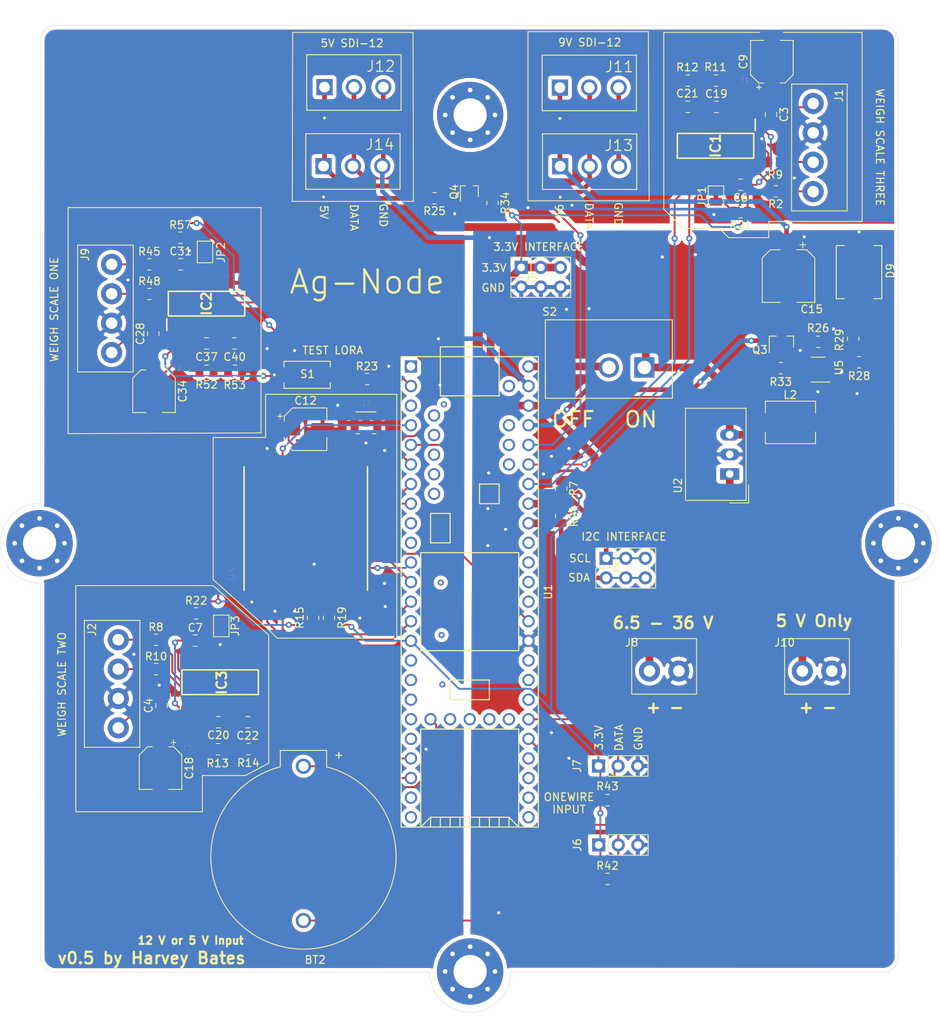
<source format=kicad_pcb>
(kicad_pcb (version 20171130) (host pcbnew "(5.1.9-0-10_14)")
  (layers (0 F.Cu signal) (31 B.Cu signal) (34 B.Paste user) (35 F.Paste user) (36 B.SilkS user) (37 F.SilkS user) (38 B.Mask user) (39 F.Mask user) (44 Edge.Cuts user))
  (net 0 "")
  (net 1 GND)
  (net 2 "Net-(C3-Pad1)")
  (net 3 +3V3)
  (net 4 /9V_OUT)
  (net 5 /5V_OUT)
  (net 6 "Net-(D9-PadA)")
  (net 7 "Net-(IC1-Pad2)")
  (net 8 /SCL)
  (net 9 /SDA)
  (net 10 "Net-(IC1-Pad15)")
  (net 11 "Net-(J3-Pad1)")
  (net 12 /9V_EN)
  (net 13 /Reset)
  (net 14 "Net-(R28-Pad1)")
  (net 15 /MISO)
  (net 16 /MOSI)
  (net 17 /G2)
  (net 18 /G1)
  (net 19 /G0)
  (net 20 /SCK)
  (net 21 /Lora_CS)
  (net 22 "Net-(C28-Pad1)")
  (net 23 "Net-(C37-Pad2)")
  (net 24 "Net-(C37-Pad1)")
  (net 25 "Net-(C40-Pad2)")
  (net 26 "Net-(C40-Pad1)")
  (net 27 "Net-(J9-Pad4)")
  (net 28 "Net-(J9-Pad3)")
  (net 29 "Net-(IC2-Pad15)")
  (net 30 "Net-(IC3-Pad15)")
  (net 31 "Net-(IC2-Pad2)")
  (net 32 "Net-(IC3-Pad2)")
  (net 33 "Net-(BT2-Pad+)")
  (net 34 GNDA)
  (net 35 "Net-(C18-Pad1)")
  (net 36 "Net-(C19-Pad2)")
  (net 37 "Net-(C19-Pad1)")
  (net 38 "Net-(C20-Pad2)")
  (net 39 "Net-(C20-Pad1)")
  (net 40 "Net-(C21-Pad2)")
  (net 41 "Net-(C21-Pad1)")
  (net 42 "Net-(C22-Pad2)")
  (net 43 "Net-(C22-Pad1)")
  (net 44 /SDA_2)
  (net 45 /SCL_2)
  (net 46 /SDA_1)
  (net 47 /SCL_1)
  (net 48 /SDA_3)
  (net 49 /SCL_3)
  (net 50 "Net-(J1-Pad4)")
  (net 51 "Net-(J1-Pad3)")
  (net 52 "Net-(J2-Pad4)")
  (net 53 "Net-(J2-Pad3)")
  (net 54 /SDI-12)
  (net 55 /SDI-12_OUT)
  (net 56 "Net-(R23-Pad2)")
  (net 57 "Net-(R23-Pad1)")
  (net 58 "Net-(S2-Pad2)")
  (net 59 /OneWire_1)
  (net 60 /OneWire_2)
  (net 61 /9V_GND)
  (net 62 /12V_IN)
  (module Converter_DCDC:Converter_DCDC_TRACO_TSR-1_THT (layer F.Cu) (at 183.642 81.026 90)
    (fp_text reference U2 (at -1.5 -6.71 90) (layer F.SilkS))
    (fp_text value TSR_1-2450)
    (pad 3 thru_hole oval (at 5.08 0 90) (size 1.5 2.5) (drill 1) (layers *.Cu *.Mask) (net 5 /5V_OUT))
    (pad 2 thru_hole oval (at 2.54 0 90) (size 1.5 2.5) (drill 1) (layers *.Cu *.Mask) (net 1 GND))
    (pad 1 thru_hole rect (at 0 0 90) (size 1.5 2.5) (drill 1) (layers *.Cu *.Mask) (net 62 /12V_IN))
  )
  (module TerminalBlock:102-6492-ND‎ (layer F.Cu) (at 190.754 102.362)
    (fp_text reference J10 (at 0 0.5) (layer F.SilkS))
    (fp_text value Bat_Conn)
    (pad 2 thru_hole circle (at 6.11 4.2) (size 2.75 2.75) (drill 1.5) (layers *.Cu *.Mask) (net 1 GND))
    (pad 1 thru_hole circle (at 2.3 4.2) (size 2.75 2.75) (drill 1.5) (layers *.Cu *.Mask) (net 5 /5V_OUT))
  )
  (module TerminalBlock:102-6492-ND‎ (layer F.Cu) (at 170.942 102.362)
    (fp_text reference J8 (at 0 0.5) (layer F.SilkS))
    (fp_text value Bat_Conn)
    (pad 2 thru_hole circle (at 6.11 4.2) (size 2.75 2.75) (drill 1.5) (layers *.Cu *.Mask) (net 1 GND))
    (pad 1 thru_hole circle (at 2.3 4.2) (size 2.75 2.75) (drill 1.5) (layers *.Cu *.Mask) (net 62 /12V_IN))
  )
  (module Connector_PinSocket_2.54mm:PinSocket_1x03_P2.54mm_Vertical (layer F.Cu) (at 166.66 129.1 90)
    (fp_text reference J6 (at 0 -2.77 90) (layer F.SilkS))
    (fp_text value Conn_01x03_Male)
    (pad 3 thru_hole oval (at 0 5.08 90) (size 1.7 1.7) (drill 1) (layers *.Cu *.Mask) (net 1 GND))
    (pad 2 thru_hole oval (at 0 2.54 90) (size 1.7 1.7) (drill 1) (layers *.Cu *.Mask) (net 59 /OneWire_1))
    (pad 1 thru_hole rect (at 0 0 90) (size 1.7 1.7) (drill 1) (layers *.Cu *.Mask) (net 3 +3V3))
  )
  (module MountingHole:MountingHole_4.3mm_M4_Pad_Via (layer F.Cu) (at 94.2 90)
    (fp_text reference REF** hide)
    (fp_text value MountingHole_4.3mm_M4_Pad_Via hide)
    (pad 1 thru_hole circle (at 0 0) (size 8.6 8.6) (drill 4.3) (layers *.Cu *.Mask))
    (pad 1 thru_hole circle (at 3.225 0) (size 0.9 0.9) (drill 0.6) (layers *.Cu *.Mask))
    (pad 1 thru_hole circle (at 2.280419 2.280419) (size 0.9 0.9) (drill 0.6) (layers *.Cu *.Mask))
    (pad 1 thru_hole circle (at 0 3.225) (size 0.9 0.9) (drill 0.6) (layers *.Cu *.Mask))
    (pad 1 thru_hole circle (at -2.280419 2.280419) (size 0.9 0.9) (drill 0.6) (layers *.Cu *.Mask))
    (pad 1 thru_hole circle (at -3.225 0) (size 0.9 0.9) (drill 0.6) (layers *.Cu *.Mask))
    (pad 1 thru_hole circle (at -2.280419 -2.280419) (size 0.9 0.9) (drill 0.6) (layers *.Cu *.Mask))
    (pad 1 thru_hole circle (at 0 -3.225) (size 0.9 0.9) (drill 0.6) (layers *.Cu *.Mask))
    (pad 1 thru_hole circle (at 2.280419 -2.280419) (size 0.9 0.9) (drill 0.6) (layers *.Cu *.Mask))
  )
  (module Package_TO_SOT_SMD:SOT-23-6 (layer F.Cu) (at 195.1 67.5 180)
    (fp_text reference U5 (at -2.71 0.254 270) (layer F.SilkS))
    (fp_text value MT3608)
    (pad 5 smd rect (at 1.1 0 180) (size 1.06 0.65) (layers F.Cu F.Paste F.Mask) (net 5 /5V_OUT))
    (pad 6 smd rect (at 1.1 -0.95 180) (size 1.06 0.65) (layers F.Cu F.Paste F.Mask))
    (pad 4 smd rect (at 1.1 0.95 180) (size 1.06 0.65) (layers F.Cu F.Paste F.Mask) (net 12 /9V_EN))
    (pad 3 smd rect (at -1.1 0.95 180) (size 1.06 0.65) (layers F.Cu F.Paste F.Mask) (net 14 "Net-(R28-Pad1)"))
    (pad 2 smd rect (at -1.1 0 180) (size 1.06 0.65) (layers F.Cu F.Paste F.Mask) (net 1 GND))
    (pad 1 smd rect (at -1.1 -0.95 180) (size 1.06 0.65) (layers F.Cu F.Paste F.Mask) (net 6 "Net-(D9-PadA)"))
  )
  (module RFM69HCW:MOD_COM-13909 (layer F.Cu) (at 128.7 88.1 90)
    (fp_text reference U4 (at -5.84038 -9.6604 90) (layer F.SilkS) (effects (font (size 1.00263 1.00263) (thickness 0.015))))
    (fp_text value COM-13909)
    (pad 16 smd rect (at 7.5 -7 90) (size 3 1.2) (layers F.Cu F.Paste F.Mask) (net 17 /G2))
    (pad 15 smd rect (at 7.5 -5 90) (size 3 1.2) (layers F.Cu F.Paste F.Mask) (net 18 /G1))
    (pad 14 smd rect (at 7.5 -3 90) (size 3 1.2) (layers F.Cu F.Paste F.Mask) (net 19 /G0))
    (pad 13 smd rect (at 7.5 -1 90) (size 3 1.2) (layers F.Cu F.Paste F.Mask) (net 3 +3V3))
    (pad 12 smd rect (at 7.5 1 90) (size 3 1.2) (layers F.Cu F.Paste F.Mask))
    (pad 11 smd rect (at 7.5 3 90) (size 3 1.2) (layers F.Cu F.Paste F.Mask))
    (pad 10 smd rect (at 7.5 5 90) (size 3 1.2) (layers F.Cu F.Paste F.Mask) (net 34 GNDA))
    (pad 9 smd rect (at 7.5 7 90) (size 3 1.2) (layers F.Cu F.Paste F.Mask) (net 11 "Net-(J3-Pad1)"))
    (pad 8 smd rect (at -7.5 7 90) (size 3 1.2) (layers F.Cu F.Paste F.Mask) (net 34 GNDA))
    (pad 7 smd rect (at -7.5 5 90) (size 3 1.2) (layers F.Cu F.Paste F.Mask))
    (pad 6 smd rect (at -7.5 3 90) (size 3 1.2) (layers F.Cu F.Paste F.Mask) (net 13 /Reset))
    (pad 5 smd rect (at -7.5 1 90) (size 3 1.2) (layers F.Cu F.Paste F.Mask) (net 21 /Lora_CS))
    (pad 4 smd rect (at -7.5 -1 90) (size 3 1.2) (layers F.Cu F.Paste F.Mask) (net 20 /SCK))
    (pad 3 smd rect (at -7.5 -3 90) (size 3 1.2) (layers F.Cu F.Paste F.Mask) (net 16 /MOSI))
    (pad 2 smd rect (at -7.5 -5 90) (size 3 1.2) (layers F.Cu F.Paste F.Mask) (net 15 /MISO))
    (pad 1 smd rect (at -7.5 -7 90) (size 3 1.2) (layers F.Cu F.Paste F.Mask) (net 34 GNDA))
  )
  (module teensyBoards:Teensy35_36 (layer F.Cu) (at 149.95 96.3 270)
    (fp_text reference U1 (at 0 -10.16 90) (layer F.SilkS))
    (fp_text value Teensy3.6)
    (pad 62 thru_hole circle (at -12.7 4.62 270) (size 1.6 1.6) (drill 1.1) (layers *.Cu *.Mask))
    (pad 61 thru_hole circle (at -15.24 4.62 270) (size 1.6 1.6) (drill 1.1) (layers *.Cu *.Mask))
    (pad 60 thru_hole circle (at -17.78 4.62 270) (size 1.6 1.6) (drill 1.1) (layers *.Cu *.Mask))
    (pad 59 thru_hole circle (at -20.32 4.62 270) (size 1.6 1.6) (drill 1.1) (layers *.Cu *.Mask))
    (pad 58 thru_hole circle (at -22.86 4.62 270) (size 1.6 1.6) (drill 1.1) (layers *.Cu *.Mask))
    (pad 57 thru_hole circle (at -16.51 -5.08 270) (size 1.6 1.6) (drill 1.1) (layers *.Cu *.Mask))
    (pad 56 thru_hole circle (at -19.05 -5.08 270) (size 1.6 1.6) (drill 1.1) (layers *.Cu *.Mask))
    (pad 55 thru_hole circle (at -21.59 -5.08 270) (size 1.6 1.6) (drill 1.1) (layers *.Cu *.Mask))
    (pad 54 thru_hole circle (at -26.67 -5.08 270) (size 1.6 1.6) (drill 1.1) (layers *.Cu *.Mask))
    (pad 53 thru_hole circle (at -29.21 -7.62 270) (size 1.6 1.6) (drill 1.1) (layers *.Cu *.Mask) (net 58 "Net-(S2-Pad2)"))
    (pad 52 thru_hole circle (at -26.67 -7.62 270) (size 1.6 1.6) (drill 1.1) (layers *.Cu *.Mask) (net 34 GNDA))
    (pad 51 thru_hole circle (at -24.13 -7.62 270) (size 1.6 1.6) (drill 1.1) (layers *.Cu *.Mask) (net 3 +3V3))
    (pad 50 thru_hole circle (at -21.59 -7.62 270) (size 1.6 1.6) (drill 1.1) (layers *.Cu *.Mask) (net 12 /9V_EN))
    (pad 49 thru_hole circle (at -19.05 -7.62 270) (size 1.6 1.6) (drill 1.1) (layers *.Cu *.Mask) (net 55 /SDI-12_OUT))
    (pad 48 thru_hole circle (at -16.51 -7.62 270) (size 1.6 1.6) (drill 1.1) (layers *.Cu *.Mask) (net 44 /SDA_2))
    (pad 47 thru_hole circle (at -13.97 -7.62 270) (size 1.6 1.6) (drill 1.1) (layers *.Cu *.Mask) (net 45 /SCL_2))
    (pad 46 thru_hole circle (at -11.43 -7.62 270) (size 1.6 1.6) (drill 1.1) (layers *.Cu *.Mask) (net 8 /SCL))
    (pad 45 thru_hole circle (at -8.89 -7.62 270) (size 1.6 1.6) (drill 1.1) (layers *.Cu *.Mask) (net 9 /SDA))
    (pad 44 thru_hole circle (at -6.35 -7.62 270) (size 1.6 1.6) (drill 1.1) (layers *.Cu *.Mask))
    (pad 43 thru_hole circle (at -3.81 -7.62 270) (size 1.6 1.6) (drill 1.1) (layers *.Cu *.Mask))
    (pad 42 thru_hole circle (at -1.27 -7.62 270) (size 1.6 1.6) (drill 1.1) (layers *.Cu *.Mask))
    (pad 41 thru_hole circle (at 1.27 -7.62 270) (size 1.6 1.6) (drill 1.1) (layers *.Cu *.Mask))
    (pad 40 thru_hole circle (at 3.81 -7.62 270) (size 1.6 1.6) (drill 1.1) (layers *.Cu *.Mask) (net 20 /SCK))
    (pad 39 thru_hole circle (at 6.35 -7.62 270) (size 1.6 1.6) (drill 1.1) (layers *.Cu *.Mask) (net 1 GND))
    (pad 38 thru_hole circle (at 8.89 -7.62 270) (size 1.6 1.6) (drill 1.1) (layers *.Cu *.Mask))
    (pad 1 thru_hole rect (at -29.21 7.62 270) (size 1.6 1.6) (drill 1.1) (layers *.Cu *.Mask))
    (pad 2 thru_hole circle (at -26.67 7.62 270) (size 1.6 1.6) (drill 1.1) (layers *.Cu *.Mask) (net 56 "Net-(R23-Pad2)"))
    (pad 3 thru_hole circle (at -24.13 7.62 270) (size 1.6 1.6) (drill 1.1) (layers *.Cu *.Mask))
    (pad 4 thru_hole circle (at -21.59 7.62 270) (size 1.6 1.6) (drill 1.1) (layers *.Cu *.Mask) (net 19 /G0))
    (pad 5 thru_hole circle (at -19.05 7.62 270) (size 1.6 1.6) (drill 1.1) (layers *.Cu *.Mask) (net 47 /SCL_1))
    (pad 6 thru_hole circle (at -16.51 7.62 270) (size 1.6 1.6) (drill 1.1) (layers *.Cu *.Mask) (net 46 /SDA_1))
    (pad 7 thru_hole circle (at -13.97 7.62 270) (size 1.6 1.6) (drill 1.1) (layers *.Cu *.Mask) (net 18 /G1))
    (pad 8 thru_hole circle (at -11.43 7.62 270) (size 1.6 1.6) (drill 1.1) (layers *.Cu *.Mask) (net 17 /G2))
    (pad 9 thru_hole circle (at -8.89 7.62 270) (size 1.6 1.6) (drill 1.1) (layers *.Cu *.Mask))
    (pad 10 thru_hole circle (at -6.35 7.62 270) (size 1.6 1.6) (drill 1.1) (layers *.Cu *.Mask))
    (pad 11 thru_hole circle (at -3.81 7.62 270) (size 1.6 1.6) (drill 1.1) (layers *.Cu *.Mask) (net 13 /Reset))
    (pad 12 thru_hole circle (at -1.27 7.62 270) (size 1.6 1.6) (drill 1.1) (layers *.Cu *.Mask) (net 21 /Lora_CS))
    (pad 13 thru_hole circle (at 1.27 7.62 270) (size 1.6 1.6) (drill 1.1) (layers *.Cu *.Mask) (net 16 /MOSI))
    (pad 37 thru_hole circle (at 11.43 -7.62 270) (size 1.6 1.6) (drill 1.1) (layers *.Cu *.Mask))
    (pad 36 thru_hole circle (at 13.97 -7.62 270) (size 1.6 1.6) (drill 1.1) (layers *.Cu *.Mask))
    (pad 35 thru_hole circle (at 16.51 -7.62 270) (size 1.6 1.6) (drill 1.1) (layers *.Cu *.Mask) (net 60 /OneWire_2))
    (pad 34 thru_hole circle (at 19.05 -7.62 270) (size 1.6 1.6) (drill 1.1) (layers *.Cu *.Mask) (net 59 /OneWire_1))
    (pad 33 thru_hole circle (at 21.59 -7.62 270) (size 1.6 1.6) (drill 1.1) (layers *.Cu *.Mask))
    (pad 32 thru_hole circle (at 24.13 -7.62 270) (size 1.6 1.6) (drill 1.1) (layers *.Cu *.Mask))
    (pad 31 thru_hole circle (at 26.67 -7.62 270) (size 1.6 1.6) (drill 1.1) (layers *.Cu *.Mask))
    (pad 30 thru_hole circle (at 29.21 -7.62 270) (size 1.6 1.6) (drill 1.1) (layers *.Cu *.Mask))
    (pad 29 thru_hole circle (at 16.51 -5.08 270) (size 1.6 1.6) (drill 1.1) (layers *.Cu *.Mask))
    (pad 28 thru_hole circle (at 16.51 -2.54 270) (size 1.6 1.6) (drill 1.1) (layers *.Cu *.Mask))
    (pad 27 thru_hole circle (at 16.51 0 270) (size 1.6 1.6) (drill 1.1) (layers *.Cu *.Mask))
    (pad 26 thru_hole circle (at 16.51 2.54 270) (size 1.6 1.6) (drill 1.1) (layers *.Cu *.Mask))
    (pad 25 thru_hole circle (at 16.51 5.08 270) (size 1.6 1.6) (drill 1.1) (layers *.Cu *.Mask) (net 33 "Net-(BT2-Pad+)"))
    (pad 24 thru_hole circle (at 29.21 7.62 270) (size 1.6 1.6) (drill 1.1) (layers *.Cu *.Mask))
    (pad 23 thru_hole circle (at 26.67 7.62 270) (size 1.6 1.6) (drill 1.1) (layers *.Cu *.Mask))
    (pad 22 thru_hole circle (at 24.13 7.62 270) (size 1.6 1.6) (drill 1.1) (layers *.Cu *.Mask) (net 48 /SDA_3))
    (pad 21 thru_hole circle (at 21.59 7.62 270) (size 1.6 1.6) (drill 1.1) (layers *.Cu *.Mask) (net 49 /SCL_3))
    (pad 14 thru_hole circle (at 3.81 7.62 270) (size 1.6 1.6) (drill 1.1) (layers *.Cu *.Mask) (net 15 /MISO))
    (pad 15 thru_hole circle (at 6.35 7.62 270) (size 1.6 1.6) (drill 1.1) (layers *.Cu *.Mask) (net 3 +3V3))
    (pad 16 thru_hole circle (at 8.89 7.62 270) (size 1.6 1.6) (drill 1.1) (layers *.Cu *.Mask))
    (pad 20 thru_hole circle (at 19.05 7.62 270) (size 1.6 1.6) (drill 1.1) (layers *.Cu *.Mask))
    (pad 19 thru_hole circle (at 16.51 7.62 270) (size 1.6 1.6) (drill 1.1) (layers *.Cu *.Mask))
    (pad 18 thru_hole circle (at 13.97 7.62 270) (size 1.6 1.6) (drill 1.1) (layers *.Cu *.Mask))
    (pad 17 thru_hole circle (at 11.43 7.62 270) (size 1.6 1.6) (drill 1.1) (layers *.Cu *.Mask))
  )
  (module MMBT4403L:SOT23 (layer F.Cu) (at 113.53 114.216 180)
    (fp_text reference T3 (at 0.127195 -2.314943) (layer F.SilkS) (effects (font (size 0.640981 0.640981) (thickness 0.015))))
    (fp_text value MMBT4403L)
    (pad 1 smd rect (at -0.95 1.1 180) (size 1 1.4) (layers F.Cu F.Paste F.Mask) (net 32 "Net-(IC3-Pad2)"))
    (pad 2 smd rect (at 0.95 1.1 180) (size 1 1.4) (layers F.Cu F.Paste F.Mask) (net 3 +3V3))
    (pad 3 smd rect (at 0 -1.1 180) (size 1 1.4) (layers F.Cu F.Paste F.Mask) (net 35 "Net-(C18-Pad1)"))
  )
  (module MMBT4403L:SOT23 (layer F.Cu) (at 112.19 65.05 180)
    (fp_text reference T2 (at 0.127195 -2.314943) (layer F.SilkS) (effects (font (size 0.640981 0.640981) (thickness 0.015))))
    (fp_text value MMBT4403L)
    (pad 1 smd rect (at -0.95 1.1 180) (size 1 1.4) (layers F.Cu F.Paste F.Mask) (net 31 "Net-(IC2-Pad2)"))
    (pad 2 smd rect (at 0.95 1.1 180) (size 1 1.4) (layers F.Cu F.Paste F.Mask) (net 3 +3V3))
    (pad 3 smd rect (at 0 -1.1 180) (size 1 1.4) (layers F.Cu F.Paste F.Mask) (net 22 "Net-(C28-Pad1)"))
  )
  (module MMBT4403L:SOT23 (layer F.Cu) (at 185.505 32.345)
    (fp_text reference T1 (at 0.127195 -2.314943) (layer F.SilkS) (effects (font (size 0.640981 0.640981) (thickness 0.015))))
    (fp_text value MMBT4403L)
    (pad 1 smd rect (at -0.95 1.1) (size 1 1.4) (layers F.Cu F.Paste F.Mask) (net 7 "Net-(IC1-Pad2)"))
    (pad 2 smd rect (at 0.95 1.1) (size 1 1.4) (layers F.Cu F.Paste F.Mask) (net 3 +3V3))
    (pad 3 smd rect (at 0 -1.1) (size 1 1.4) (layers F.Cu F.Paste F.Mask) (net 2 "Net-(C3-Pad1)"))
  )
  (module GF-123-0054:SW_GF-123-0054 (layer F.Cu) (at 167.98 66.13 180)
    (fp_text reference S2 (at 7.68 6.13) (layer F.SilkS))
    (fp_text value GF-123-0054)
    (pad 1 thru_hole rect (at -4.6 -1.09 180) (size 2.625 2.625) (drill 1.75) (layers *.Cu *.Mask) (net 5 /5V_OUT))
    (pad 2 thru_hole circle (at 0 -1.09 180) (size 2.625 2.625) (drill 1.75) (layers *.Cu *.Mask) (net 58 "Net-(S2-Pad2)"))
  )
  (module PTS636_SM43J_SMTR_LFS:SW_PTS636_SM43J_SMTR_LFS (layer F.Cu) (at 128.875 68.175)
    (fp_text reference S1 (at 0.05 -0.1) (layer F.SilkS))
    (fp_text value "LoRa SEND")
    (pad 2 smd rect (at 3.25 0) (size 0.9 1.4) (layers F.Cu F.Paste F.Mask) (net 57 "Net-(R23-Pad1)"))
    (pad 1 smd rect (at -3.25 0) (size 0.9 1.4) (layers F.Cu F.Paste F.Mask) (net 3 +3V3))
  )
  (module Resistor_SMD:R_0805_2012Metric (layer F.Cu) (at 112.4525 50.4)
    (fp_text reference R57 (at 0 -1.65) (layer F.SilkS))
    (fp_text value 10K)
    (pad 2 smd roundrect (at 0.9125 0) (size 1.025 1.4) (layers F.Cu F.Paste F.Mask) (roundrect_rratio 0.2439014634146341) (net 29 "Net-(IC2-Pad15)"))
    (pad 1 smd roundrect (at -0.9125 0) (size 1.025 1.4) (layers F.Cu F.Paste F.Mask) (roundrect_rratio 0.2439014634146341) (net 3 +3V3))
  )
  (module Resistor_SMD:R_0805_2012Metric (layer F.Cu) (at 119.54 67.65)
    (fp_text reference R53 (at -0.05 1.85) (layer F.SilkS))
    (fp_text value 4.3K)
    (pad 2 smd roundrect (at 0.9125 0) (size 1.025 1.4) (layers F.Cu F.Paste F.Mask) (roundrect_rratio 0.2439014634146341) (net 34 GNDA))
    (pad 1 smd roundrect (at -0.9125 0) (size 1.025 1.4) (layers F.Cu F.Paste F.Mask) (roundrect_rratio 0.2439014634146341) (net 23 "Net-(C37-Pad2)"))
  )
  (module Resistor_SMD:R_0805_2012Metric (layer F.Cu) (at 115.84 67.65)
    (fp_text reference R52 (at 0 1.8) (layer F.SilkS))
    (fp_text value 10K)
    (pad 2 smd roundrect (at 0.9125 0) (size 1.025 1.4) (layers F.Cu F.Paste F.Mask) (roundrect_rratio 0.2439014634146341) (net 23 "Net-(C37-Pad2)"))
    (pad 1 smd roundrect (at -0.9125 0) (size 1.025 1.4) (layers F.Cu F.Paste F.Mask) (roundrect_rratio 0.2439014634146341) (net 22 "Net-(C28-Pad1)"))
  )
  (module Resistor_SMD:R_0805_2012Metric (layer F.Cu) (at 108.44 57.7)
    (fp_text reference R48 (at 0 -1.65) (layer F.SilkS))
    (fp_text value 100)
    (pad 2 smd roundrect (at 0.9125 0) (size 1.025 1.4) (layers F.Cu F.Paste F.Mask) (roundrect_rratio 0.2439014634146341) (net 26 "Net-(C40-Pad1)"))
    (pad 1 smd roundrect (at -0.9125 0) (size 1.025 1.4) (layers F.Cu F.Paste F.Mask) (roundrect_rratio 0.2439014634146341) (net 28 "Net-(J9-Pad3)"))
  )
  (module Resistor_SMD:R_0805_2012Metric (layer F.Cu) (at 108.4275 53.85)
    (fp_text reference R45 (at 0 -1.65) (layer F.SilkS))
    (fp_text value 100)
    (pad 2 smd roundrect (at 0.9125 0) (size 1.025 1.4) (layers F.Cu F.Paste F.Mask) (roundrect_rratio 0.2439014634146341) (net 25 "Net-(C40-Pad2)"))
    (pad 1 smd roundrect (at -0.9125 0) (size 1.025 1.4) (layers F.Cu F.Paste F.Mask) (roundrect_rratio 0.2439014634146341) (net 27 "Net-(J9-Pad4)"))
  )
  (module Resistor_SMD:R_0805_2012Metric (layer F.Cu) (at 167.8 123.3 180)
    (fp_text reference R43 (at 0 1.8) (layer F.SilkS))
    (fp_text value 4.7K)
    (pad 2 smd roundrect (at 0.9125 0 180) (size 1.025 1.4) (layers F.Cu F.Paste F.Mask) (roundrect_rratio 0.2439014634146341) (net 3 +3V3))
    (pad 1 smd roundrect (at -0.9125 0 180) (size 1.025 1.4) (layers F.Cu F.Paste F.Mask) (roundrect_rratio 0.2439014634146341) (net 60 /OneWire_2))
  )
  (module Resistor_SMD:R_0805_2012Metric (layer F.Cu) (at 167.8 133.5 180)
    (fp_text reference R42 (at 0 1.7) (layer F.SilkS))
    (fp_text value 4.7K)
    (pad 2 smd roundrect (at 0.9125 0 180) (size 1.025 1.4) (layers F.Cu F.Paste F.Mask) (roundrect_rratio 0.2439014634146341) (net 3 +3V3))
    (pad 1 smd roundrect (at -0.9125 0 180) (size 1.025 1.4) (layers F.Cu F.Paste F.Mask) (roundrect_rratio 0.2439014634146341) (net 59 /OneWire_1))
  )
  (module Resistor_SMD:R_0805_2012Metric (layer F.Cu) (at 152.9 45.9 270)
    (fp_text reference R34 (at 0 -1.65 90) (layer F.SilkS))
    (fp_text value 10K)
    (pad 2 smd roundrect (at 0.9125 0 270) (size 1.025 1.4) (layers F.Cu F.Paste F.Mask) (roundrect_rratio 0.2439014634146341) (net 3 +3V3))
    (pad 1 smd roundrect (at -0.9125 0 270) (size 1.025 1.4) (layers F.Cu F.Paste F.Mask) (roundrect_rratio 0.2439014634146341) (net 55 /SDI-12_OUT))
  )
  (module Resistor_SMD:R_0805_2012Metric (layer F.Cu) (at 190.254 67.31 180)
    (fp_text reference R33 (at 0 -1.778) (layer F.SilkS))
    (fp_text value 1M)
    (pad 2 smd roundrect (at 0.9125 0 180) (size 1.025 1.4) (layers F.Cu F.Paste F.Mask) (roundrect_rratio 0.2439014634146341) (net 12 /9V_EN))
    (pad 1 smd roundrect (at -0.9125 0 180) (size 1.025 1.4) (layers F.Cu F.Paste F.Mask) (roundrect_rratio 0.2439014634146341) (net 1 GND))
  )
  (module Resistor_SMD:R_0805_2012Metric (layer F.Cu) (at 199.644 63.5 270)
    (fp_text reference R29 (at 0.1505 1.778 90) (layer F.SilkS))
    (fp_text value 2K)
    (pad 2 smd roundrect (at 0.9125 0 270) (size 1.025 1.4) (layers F.Cu F.Paste F.Mask) (roundrect_rratio 0.2439014634146341) (net 14 "Net-(R28-Pad1)"))
    (pad 1 smd roundrect (at -0.9125 0 270) (size 1.025 1.4) (layers F.Cu F.Paste F.Mask) (roundrect_rratio 0.2439014634146341) (net 1 GND))
  )
  (module Resistor_SMD:R_0805_2012Metric (layer F.Cu) (at 200.406 66.548)
    (fp_text reference R28 (at 0 1.778) (layer F.SilkS))
    (fp_text value 28K)
    (pad 2 smd roundrect (at 0.9125 0) (size 1.025 1.4) (layers F.Cu F.Paste F.Mask) (roundrect_rratio 0.2439014634146341) (net 4 /9V_OUT))
    (pad 1 smd roundrect (at -0.9125 0) (size 1.025 1.4) (layers F.Cu F.Paste F.Mask) (roundrect_rratio 0.2439014634146341) (net 14 "Net-(R28-Pad1)"))
  )
  (module Resistor_SMD:R_0805_2012Metric (layer F.Cu) (at 195.1 63.9 180)
    (fp_text reference R26 (at 0 1.778) (layer F.SilkS))
    (fp_text value 1M)
    (pad 2 smd roundrect (at 0.9125 0 180) (size 1.025 1.4) (layers F.Cu F.Paste F.Mask) (roundrect_rratio 0.2439014634146341) (net 12 /9V_EN))
    (pad 1 smd roundrect (at -0.9125 0 180) (size 1.025 1.4) (layers F.Cu F.Paste F.Mask) (roundrect_rratio 0.2439014634146341) (net 1 GND))
  )
  (module Resistor_SMD:R_0805_2012Metric (layer F.Cu) (at 145.3875 45.3 180)
    (fp_text reference R25 (at 0 -1.65) (layer F.SilkS))
    (fp_text value 10K)
    (pad 2 smd roundrect (at 0.9125 0 180) (size 1.025 1.4) (layers F.Cu F.Paste F.Mask) (roundrect_rratio 0.2439014634146341) (net 5 /5V_OUT))
    (pad 1 smd roundrect (at -0.9125 0 180) (size 1.025 1.4) (layers F.Cu F.Paste F.Mask) (roundrect_rratio 0.2439014634146341) (net 54 /SDI-12))
  )
  (module Resistor_SMD:R_0805_2012Metric (layer F.Cu) (at 161.8 86.4625 270)
    (fp_text reference R24 (at 0 -1.65 90) (layer F.SilkS))
    (fp_text value 4.7K)
    (pad 2 smd roundrect (at 0.9125 0 270) (size 1.025 1.4) (layers F.Cu F.Paste F.Mask) (roundrect_rratio 0.2439014634146341) (net 9 /SDA))
    (pad 1 smd roundrect (at -0.9125 0 270) (size 1.025 1.4) (layers F.Cu F.Paste F.Mask) (roundrect_rratio 0.2439014634146341) (net 3 +3V3))
  )
  (module Resistor_SMD:R_0805_2012Metric (layer F.Cu) (at 136.6375 68.725)
    (fp_text reference R23 (at 0 -1.65) (layer F.SilkS))
    (fp_text value 2.7K)
    (pad 2 smd roundrect (at 0.9125 0) (size 1.025 1.4) (layers F.Cu F.Paste F.Mask) (roundrect_rratio 0.2439014634146341) (net 56 "Net-(R23-Pad2)"))
    (pad 1 smd roundrect (at -0.9125 0) (size 1.025 1.4) (layers F.Cu F.Paste F.Mask) (roundrect_rratio 0.2439014634146341) (net 57 "Net-(R23-Pad1)"))
  )
  (module Resistor_SMD:R_0805_2012Metric (layer F.Cu) (at 114.505 99.091)
    (fp_text reference R22 (at 0 -1.65) (layer F.SilkS))
    (fp_text value 10K)
    (pad 2 smd roundrect (at 0.9125 0) (size 1.025 1.4) (layers F.Cu F.Paste F.Mask) (roundrect_rratio 0.2439014634146341) (net 30 "Net-(IC3-Pad15)"))
    (pad 1 smd roundrect (at -0.9125 0) (size 1.025 1.4) (layers F.Cu F.Paste F.Mask) (roundrect_rratio 0.2439014634146341) (net 3 +3V3))
  )
  (module Resistor_SMD:R_0805_2012Metric (layer F.Cu) (at 185.055 47.095 180)
    (fp_text reference R21 (at 0 -1.65) (layer F.SilkS))
    (fp_text value 10K)
    (pad 2 smd roundrect (at 0.9125 0 180) (size 1.025 1.4) (layers F.Cu F.Paste F.Mask) (roundrect_rratio 0.2439014634146341) (net 10 "Net-(IC1-Pad15)"))
    (pad 1 smd roundrect (at -0.9125 0 180) (size 1.025 1.4) (layers F.Cu F.Paste F.Mask) (roundrect_rratio 0.2439014634146341) (net 3 +3V3))
  )
  (module Resistor_SMD:R_0805_2012Metric (layer F.Cu) (at 131.7 99.65 270)
    (fp_text reference R19 (at 0 -1.7 90) (layer F.SilkS))
    (fp_text value 100K)
    (pad 2 smd roundrect (at 0.9125 0 270) (size 1.025 1.4) (layers F.Cu F.Paste F.Mask) (roundrect_rratio 0.2439014634146341) (net 3 +3V3))
    (pad 1 smd roundrect (at -0.9125 0 270) (size 1.025 1.4) (layers F.Cu F.Paste F.Mask) (roundrect_rratio 0.2439014634146341) (net 13 /Reset))
  )
  (module Resistor_SMD:R_0805_2012Metric (layer F.Cu) (at 129.65 99.6625 270)
    (fp_text reference R15 (at -0.0125 1.75 90) (layer F.SilkS))
    (fp_text value 100K)
    (pad 2 smd roundrect (at 0.9125 0 270) (size 1.025 1.4) (layers F.Cu F.Paste F.Mask) (roundrect_rratio 0.2439014634146341) (net 3 +3V3))
    (pad 1 smd roundrect (at -0.9125 0 270) (size 1.025 1.4) (layers F.Cu F.Paste F.Mask) (roundrect_rratio 0.2439014634146341) (net 21 /Lora_CS))
  )
  (module Resistor_SMD:R_0805_2012Metric (layer F.Cu) (at 121.305 116.666)
    (fp_text reference R14 (at -0.05 1.8) (layer F.SilkS))
    (fp_text value 4.3K)
    (pad 2 smd roundrect (at 0.9125 0) (size 1.025 1.4) (layers F.Cu F.Paste F.Mask) (roundrect_rratio 0.2439014634146341) (net 34 GNDA))
    (pad 1 smd roundrect (at -0.9125 0) (size 1.025 1.4) (layers F.Cu F.Paste F.Mask) (roundrect_rratio 0.2439014634146341) (net 38 "Net-(C20-Pad2)"))
  )
  (module Resistor_SMD:R_0805_2012Metric (layer F.Cu) (at 117.3425 116.691)
    (fp_text reference R13 (at -0.0625 1.825) (layer F.SilkS))
    (fp_text value 10K)
    (pad 2 smd roundrect (at 0.9125 0) (size 1.025 1.4) (layers F.Cu F.Paste F.Mask) (roundrect_rratio 0.2439014634146341) (net 38 "Net-(C20-Pad2)"))
    (pad 1 smd roundrect (at -0.9125 0) (size 1.025 1.4) (layers F.Cu F.Paste F.Mask) (roundrect_rratio 0.2439014634146341) (net 35 "Net-(C18-Pad1)"))
  )
  (module Resistor_SMD:R_0805_2012Metric (layer F.Cu) (at 178.205 30.045 180)
    (fp_text reference R12 (at 0.05 1.725) (layer F.SilkS))
    (fp_text value 4.3K)
    (pad 2 smd roundrect (at 0.9125 0 180) (size 1.025 1.4) (layers F.Cu F.Paste F.Mask) (roundrect_rratio 0.2439014634146341) (net 34 GNDA))
    (pad 1 smd roundrect (at -0.9125 0 180) (size 1.025 1.4) (layers F.Cu F.Paste F.Mask) (roundrect_rratio 0.2439014634146341) (net 36 "Net-(C19-Pad2)"))
  )
  (module Resistor_SMD:R_0805_2012Metric (layer F.Cu) (at 181.8675 30.045 180)
    (fp_text reference R11 (at 0.075 1.75) (layer F.SilkS))
    (fp_text value 10K)
    (pad 2 smd roundrect (at 0.9125 0 180) (size 1.025 1.4) (layers F.Cu F.Paste F.Mask) (roundrect_rratio 0.2439014634146341) (net 36 "Net-(C19-Pad2)"))
    (pad 1 smd roundrect (at -0.9125 0 180) (size 1.025 1.4) (layers F.Cu F.Paste F.Mask) (roundrect_rratio 0.2439014634146341) (net 2 "Net-(C3-Pad1)"))
  )
  (module Resistor_SMD:R_0805_2012Metric (layer F.Cu) (at 109.305 106.316)
    (fp_text reference R10 (at 0 -1.65) (layer F.SilkS))
    (fp_text value 100)
    (pad 2 smd roundrect (at 0.9125 0) (size 1.025 1.4) (layers F.Cu F.Paste F.Mask) (roundrect_rratio 0.2439014634146341) (net 43 "Net-(C22-Pad1)"))
    (pad 1 smd roundrect (at -0.9125 0) (size 1.025 1.4) (layers F.Cu F.Paste F.Mask) (roundrect_rratio 0.2439014634146341) (net 53 "Net-(J2-Pad3)"))
  )
  (module Resistor_SMD:R_0805_2012Metric (layer F.Cu) (at 189.555 40.595 180)
    (fp_text reference R9 (at 0 -1.65) (layer F.SilkS))
    (fp_text value 100)
    (pad 2 smd roundrect (at 0.9125 0 180) (size 1.025 1.4) (layers F.Cu F.Paste F.Mask) (roundrect_rratio 0.2439014634146341) (net 41 "Net-(C21-Pad1)"))
    (pad 1 smd roundrect (at -0.9125 0 180) (size 1.025 1.4) (layers F.Cu F.Paste F.Mask) (roundrect_rratio 0.2439014634146341) (net 51 "Net-(J1-Pad3)"))
  )
  (module Resistor_SMD:R_0805_2012Metric (layer F.Cu) (at 109.28 102.516)
    (fp_text reference R8 (at 0 -1.65) (layer F.SilkS))
    (fp_text value 100)
    (pad 2 smd roundrect (at 0.9125 0) (size 1.025 1.4) (layers F.Cu F.Paste F.Mask) (roundrect_rratio 0.2439014634146341) (net 42 "Net-(C22-Pad2)"))
    (pad 1 smd roundrect (at -0.9125 0) (size 1.025 1.4) (layers F.Cu F.Paste F.Mask) (roundrect_rratio 0.2439014634146341) (net 52 "Net-(J2-Pad4)"))
  )
  (module Resistor_SMD:R_0805_2012Metric (layer F.Cu) (at 161.8 82.9 270)
    (fp_text reference R7 (at 0 -1.65 90) (layer F.SilkS))
    (fp_text value 4.7K)
    (pad 2 smd roundrect (at 0.9125 0 270) (size 1.025 1.4) (layers F.Cu F.Paste F.Mask) (roundrect_rratio 0.2439014634146341) (net 8 /SCL))
    (pad 1 smd roundrect (at -0.9125 0 270) (size 1.025 1.4) (layers F.Cu F.Paste F.Mask) (roundrect_rratio 0.2439014634146341) (net 3 +3V3))
  )
  (module Resistor_SMD:R_0805_2012Metric (layer F.Cu) (at 189.605 44.395 180)
    (fp_text reference R2 (at 0 -1.65) (layer F.SilkS))
    (fp_text value 100)
    (pad 2 smd roundrect (at 0.9125 0 180) (size 1.025 1.4) (layers F.Cu F.Paste F.Mask) (roundrect_rratio 0.2439014634146341) (net 40 "Net-(C21-Pad2)"))
    (pad 1 smd roundrect (at -0.9125 0 180) (size 1.025 1.4) (layers F.Cu F.Paste F.Mask) (roundrect_rratio 0.2439014634146341) (net 50 "Net-(J1-Pad4)"))
  )
  (module Package_TO_SOT_SMD:SOT-323_SC-70 (layer F.Cu) (at 149.9 44.4 90)
    (fp_text reference Q4 (at -0.05 -1.95 90) (layer F.SilkS))
    (fp_text value BSS214NW)
    (pad 3 smd rect (at 1 0) (size 0.45 0.7) (layers F.Cu F.Paste F.Mask) (net 54 /SDI-12))
    (pad 2 smd rect (at -1 0.65) (size 0.45 0.7) (layers F.Cu F.Paste F.Mask) (net 55 /SDI-12_OUT))
    (pad 1 smd rect (at -1 -0.65) (size 0.45 0.7) (layers F.Cu F.Paste F.Mask) (net 3 +3V3))
  )
  (module Package_TO_SOT_SMD:SOT-23 (layer F.Cu) (at 190.346 63.914 90)
    (fp_text reference Q3 (at -1.016 -2.794) (layer F.SilkS))
    (fp_text value DMG3406L)
    (pad 3 smd rect (at 1 0 90) (size 0.9 0.8) (layers F.Cu F.Paste F.Mask) (net 4 /9V_OUT))
    (pad 2 smd rect (at -1 0.95 90) (size 0.9 0.8) (layers F.Cu F.Paste F.Mask) (net 1 GND))
    (pad 1 smd rect (at -1 -0.95 90) (size 0.9 0.8) (layers F.Cu F.Paste F.Mask) (net 12 /9V_EN))
  )
  (module Inductor_SMD:AMPLA5030S-6R8MT (layer F.Cu) (at 191.516 69.088)
    (fp_text reference L2 (at -0.036 1.694) (layer F.SilkS))
    (fp_text value INDUCTOR)
    (pad 2 smd rect (at 2.25 5.25) (size 2 2) (layers F.Cu F.Paste F.Mask) (net 6 "Net-(D9-PadA)"))
    (pad 1 smd rect (at -2.25 5.25) (size 2 2) (layers F.Cu F.Paste F.Mask) (net 5 /5V_OUT))
  )
  (module Jumper:SolderJumper-2_P1.3mm_Bridged_Pad1.0x1.5mm (layer F.Cu) (at 117.755 100.716 270)
    (fp_text reference JP3 (at 0 -1.8 90) (layer F.SilkS))
    (fp_text value "Scale SPS")
    (fp_poly (pts (xy -0.25 -0.3) (xy 0.25 -0.3) (xy 0.25 0.3) (xy -0.25 0.3)) (layer F.Cu) (width 0))
    (pad 2 smd rect (at 0.65 0 270) (size 1 1.5) (layers F.Cu F.Mask) (net 34 GNDA))
    (pad 1 smd rect (at -0.65 0 270) (size 1 1.5) (layers F.Cu F.Mask) (net 30 "Net-(IC3-Pad15)"))
  )
  (module Jumper:SolderJumper-2_P1.3mm_Bridged_Pad1.0x1.5mm (layer F.Cu) (at 115.64 52.25 270)
    (fp_text reference JP2 (at 0.05 -2.06 90) (layer F.SilkS))
    (fp_text value "Scale SPS")
    (fp_poly (pts (xy -0.25 -0.3) (xy 0.25 -0.3) (xy 0.25 0.3) (xy -0.25 0.3)) (layer F.Cu) (width 0))
    (pad 2 smd rect (at 0.65 0 270) (size 1 1.5) (layers F.Cu F.Mask) (net 34 GNDA))
    (pad 1 smd rect (at -0.65 0 270) (size 1 1.5) (layers F.Cu F.Mask) (net 29 "Net-(IC2-Pad15)"))
  )
  (module Jumper:SolderJumper-2_P1.3mm_Bridged_Pad1.0x1.5mm (layer F.Cu) (at 181.855 45.095 90)
    (fp_text reference JP1 (at 0 -1.8 90) (layer F.SilkS))
    (fp_text value "Scale SPS")
    (fp_poly (pts (xy -0.25 -0.3) (xy 0.25 -0.3) (xy 0.25 0.3) (xy -0.25 0.3)) (layer F.Cu) (width 0))
    (pad 2 smd rect (at 0.65 0 90) (size 1 1.5) (layers F.Cu F.Mask) (net 34 GNDA))
    (pad 1 smd rect (at -0.65 0 90) (size 1 1.5) (layers F.Cu F.Mask) (net 10 "Net-(IC1-Pad15)"))
  )
  (module TBP02R2-381-03BE:CUI_TBP02R2-381-03BE (layer F.Cu) (at 131 41.125)
    (fp_text reference J14 (at 7.3 -2.8) (layer F.SilkS) (effects (font (size 1.4 1.4))))
    (fp_text value TBP02R2-381-03BE)
    (pad 3 thru_hole circle (at 7.62 0) (size 2.1 2.1) (drill 1.4) (layers *.Cu *.Mask) (net 1 GND))
    (pad 2 thru_hole circle (at 3.81 0) (size 2.1 2.1) (drill 1.4) (layers *.Cu *.Mask) (net 54 /SDI-12))
    (pad 1 thru_hole rect (at 0 0) (size 2.1 2.1) (drill 1.4) (layers *.Cu *.Mask) (net 5 /5V_OUT))
  )
  (module TBP02R2-381-03BE:CUI_TBP02R2-381-03BE (layer F.Cu) (at 161.675 41.15)
    (fp_text reference J13 (at 7.6 -2.7) (layer F.SilkS) (effects (font (size 1.4 1.4))))
    (fp_text value TBP02R2-381-03BE)
    (pad 3 thru_hole circle (at 7.62 0) (size 2.1 2.1) (drill 1.4) (layers *.Cu *.Mask) (net 61 /9V_GND))
    (pad 2 thru_hole circle (at 3.81 0) (size 2.1 2.1) (drill 1.4) (layers *.Cu *.Mask) (net 54 /SDI-12))
    (pad 1 thru_hole rect (at 0 0) (size 2.1 2.1) (drill 1.4) (layers *.Cu *.Mask) (net 4 /9V_OUT))
  )
  (module TBP02R2-381-03BE:CUI_TBP02R2-381-03BE (layer F.Cu) (at 131.13 30.89)
    (fp_text reference J12 (at 7.3 -2.7) (layer F.SilkS) (effects (font (size 1.4 1.4))))
    (fp_text value TBP02R2-381-03BE)
    (pad 3 thru_hole circle (at 7.62 0) (size 2.1 2.1) (drill 1.4) (layers *.Cu *.Mask) (net 1 GND))
    (pad 2 thru_hole circle (at 3.81 0) (size 2.1 2.1) (drill 1.4) (layers *.Cu *.Mask) (net 54 /SDI-12))
    (pad 1 thru_hole rect (at 0 0) (size 2.1 2.1) (drill 1.4) (layers *.Cu *.Mask) (net 5 /5V_OUT))
  )
  (module TBP02R2-381-03BE:CUI_TBP02R2-381-03BE (layer F.Cu) (at 161.63 30.95)
    (fp_text reference J11 (at 7.7 -2.7) (layer F.SilkS) (effects (font (size 1.4 1.4))))
    (fp_text value TBP02R2-381-03BE)
    (pad 3 thru_hole circle (at 7.62 0) (size 2.1 2.1) (drill 1.4) (layers *.Cu *.Mask) (net 61 /9V_GND))
    (pad 2 thru_hole circle (at 3.81 0) (size 2.1 2.1) (drill 1.4) (layers *.Cu *.Mask) (net 54 /SDI-12))
    (pad 1 thru_hole rect (at 0 0) (size 2.1 2.1) (drill 1.4) (layers *.Cu *.Mask) (net 4 /9V_OUT))
  )
  (module TerminalBlock:OSTOQ043250 (layer F.Cu) (at 99.14 67.8 90)
    (fp_text reference J9 (at 15.2 0.96 90) (layer F.SilkS))
    (fp_text value Screw_Terminal_01x04)
    (pad 4 thru_hole circle (at 13.94 4.4 90) (size 2.75 2.75) (drill 1.5) (layers *.Cu *.Mask) (net 27 "Net-(J9-Pad4)"))
    (pad 3 thru_hole circle (at 10.13 4.4 90) (size 2.75 2.75) (drill 1.5) (layers *.Cu *.Mask) (net 28 "Net-(J9-Pad3)"))
    (pad 2 thru_hole circle (at 6.32 4.4 90) (size 2.75 2.75) (drill 1.5) (layers *.Cu *.Mask) (net 34 GNDA))
    (pad 1 thru_hole circle (at 2.51 4.4 90) (size 2.75 2.75) (drill 1.5) (layers *.Cu *.Mask) (net 22 "Net-(C28-Pad1)"))
  )
  (module Connector_PinSocket_2.54mm:PinSocket_1x03_P2.54mm_Vertical (layer F.Cu) (at 166.64 118.87 90)
    (fp_text reference J7 (at 0 -2.77 90) (layer F.SilkS))
    (fp_text value Conn_01x03_Male)
    (pad 3 thru_hole oval (at 0 5.08 90) (size 1.7 1.7) (drill 1) (layers *.Cu *.Mask) (net 1 GND))
    (pad 2 thru_hole oval (at 0 2.54 90) (size 1.7 1.7) (drill 1) (layers *.Cu *.Mask) (net 60 /OneWire_2))
    (pad 1 thru_hole rect (at 0 0 90) (size 1.7 1.7) (drill 1) (layers *.Cu *.Mask) (net 3 +3V3))
  )
  (module Connector_PinSocket_2.54mm:PinSocket_2x03_P2.54mm_Vertical (layer F.Cu) (at 156.62 54.26 90)
    (fp_text reference J5 (at -1.34 1.28) (layer F.SilkS))
    (fp_text value Conn_02x03_Odd_Even)
    (pad 6 thru_hole oval (at -2.54 5.08 90) (size 1.7 1.7) (drill 1) (layers *.Cu *.Mask) (net 1 GND))
    (pad 5 thru_hole oval (at 0 5.08 90) (size 1.7 1.7) (drill 1) (layers *.Cu *.Mask) (net 3 +3V3))
    (pad 4 thru_hole oval (at -2.54 2.54 90) (size 1.7 1.7) (drill 1) (layers *.Cu *.Mask) (net 1 GND))
    (pad 3 thru_hole oval (at 0 2.54 90) (size 1.7 1.7) (drill 1) (layers *.Cu *.Mask) (net 3 +3V3))
    (pad 2 thru_hole oval (at -2.54 0 90) (size 1.7 1.7) (drill 1) (layers *.Cu *.Mask) (net 1 GND))
    (pad 1 thru_hole rect (at 0 0 90) (size 1.7 1.7) (drill 1) (layers *.Cu *.Mask) (net 3 +3V3))
  )
  (module Connector_PinSocket_2.54mm:PinSocket_2x03_P2.54mm_Vertical (layer F.Cu) (at 167.627 91.947 90)
    (fp_text reference J4 (at -1.27 1.4 90) (layer F.SilkS))
    (fp_text value Conn_02x03_Odd_Even)
    (pad 6 thru_hole oval (at -2.54 5.08 90) (size 1.7 1.7) (drill 1) (layers *.Cu *.Mask) (net 9 /SDA))
    (pad 5 thru_hole oval (at 0 5.08 90) (size 1.7 1.7) (drill 1) (layers *.Cu *.Mask) (net 8 /SCL))
    (pad 4 thru_hole oval (at -2.54 2.54 90) (size 1.7 1.7) (drill 1) (layers *.Cu *.Mask) (net 9 /SDA))
    (pad 3 thru_hole oval (at 0 2.54 90) (size 1.7 1.7) (drill 1) (layers *.Cu *.Mask) (net 8 /SCL))
    (pad 2 thru_hole oval (at -2.54 0 90) (size 1.7 1.7) (drill 1) (layers *.Cu *.Mask) (net 9 /SDA))
    (pad 1 thru_hole rect (at 0 0 90) (size 1.7 1.7) (drill 1) (layers *.Cu *.Mask) (net 8 /SCL))
  )
  (module CONUFL001-SMD-T:LINX_CONUFL001-SMD-T (layer F.Cu) (at 136.5 74.4)
    (fp_text reference J3 (at 0.04 -2.508) (layer F.SilkS) (effects (font (size 0.8 0.8) (thickness 0.015))))
    (fp_text value CONUFL001-SMD-T)
    (pad 3 smd rect (at 1.475 0) (size 1.05 2.2) (layers F.Cu F.Paste F.Mask) (net 34 GNDA))
    (pad 2 smd rect (at -1.475 0) (size 1.05 2.2) (layers F.Cu F.Paste F.Mask) (net 34 GNDA))
    (pad 1 smd rect (at 0 1.525) (size 1 1.05) (layers F.Cu F.Paste F.Mask) (net 11 "Net-(J3-Pad1)"))
  )
  (module TerminalBlock:OSTOQ043250 (layer F.Cu) (at 100.005 116.441 90)
    (fp_text reference J2 (at 15.241 0.995 90) (layer F.SilkS))
    (fp_text value Screw_Terminal_01x04)
    (pad 4 thru_hole circle (at 13.94 4.4 90) (size 2.75 2.75) (drill 1.5) (layers *.Cu *.Mask) (net 52 "Net-(J2-Pad4)"))
    (pad 3 thru_hole circle (at 10.13 4.4 90) (size 2.75 2.75) (drill 1.5) (layers *.Cu *.Mask) (net 53 "Net-(J2-Pad3)"))
    (pad 2 thru_hole circle (at 6.32 4.4 90) (size 2.75 2.75) (drill 1.5) (layers *.Cu *.Mask) (net 34 GNDA))
    (pad 1 thru_hole circle (at 2.51 4.4 90) (size 2.75 2.75) (drill 1.5) (layers *.Cu *.Mask) (net 35 "Net-(C18-Pad1)"))
  )
  (module TerminalBlock:OSTOQ043250 (layer F.Cu) (at 198.855 30.495 270)
    (fp_text reference J1 (at 1.505 1.055 90) (layer F.SilkS))
    (fp_text value Screw_Terminal_01x04)
    (pad 4 thru_hole circle (at 13.94 4.4 270) (size 2.75 2.75) (drill 1.5) (layers *.Cu *.Mask) (net 50 "Net-(J1-Pad4)"))
    (pad 3 thru_hole circle (at 10.13 4.4 270) (size 2.75 2.75) (drill 1.5) (layers *.Cu *.Mask) (net 51 "Net-(J1-Pad3)"))
    (pad 2 thru_hole circle (at 6.32 4.4 270) (size 2.75 2.75) (drill 1.5) (layers *.Cu *.Mask) (net 34 GNDA))
    (pad 1 thru_hole circle (at 2.51 4.4 270) (size 2.75 2.75) (drill 1.5) (layers *.Cu *.Mask) (net 2 "Net-(C3-Pad1)"))
  )
  (module HX711:SOIC127P600X160-16N (layer F.Cu) (at 117.605 108.016 90)
    (fp_text reference IC3 (at -0.05 0.2 90) (layer F.SilkS) (effects (font (size 1.27 1.27) (thickness 0.254))))
    (fp_text value HX711 hide)
    (pad 16 smd rect (at 2.712 -4.445 180) (size 0.7 1.525) (layers F.Cu F.Paste F.Mask) (net 3 +3V3))
    (pad 15 smd rect (at 2.712 -3.175 180) (size 0.7 1.525) (layers F.Cu F.Paste F.Mask) (net 30 "Net-(IC3-Pad15)"))
    (pad 14 smd rect (at 2.712 -1.905 180) (size 0.7 1.525) (layers F.Cu F.Paste F.Mask) (net 34 GNDA))
    (pad 13 smd rect (at 2.712 -0.635 180) (size 0.7 1.525) (layers F.Cu F.Paste F.Mask))
    (pad 12 smd rect (at 2.712 0.635 180) (size 0.7 1.525) (layers F.Cu F.Paste F.Mask) (net 48 /SDA_3))
    (pad 11 smd rect (at 2.712 1.905 180) (size 0.7 1.525) (layers F.Cu F.Paste F.Mask) (net 49 /SCL_3))
    (pad 10 smd rect (at 2.712 3.175 180) (size 0.7 1.525) (layers F.Cu F.Paste F.Mask) (net 34 GNDA))
    (pad 9 smd rect (at 2.712 4.445 180) (size 0.7 1.525) (layers F.Cu F.Paste F.Mask) (net 34 GNDA))
    (pad 8 smd rect (at -2.712 4.445 180) (size 0.7 1.525) (layers F.Cu F.Paste F.Mask) (net 42 "Net-(C22-Pad2)"))
    (pad 7 smd rect (at -2.712 3.175 180) (size 0.7 1.525) (layers F.Cu F.Paste F.Mask) (net 43 "Net-(C22-Pad1)"))
    (pad 6 smd rect (at -2.712 1.905 180) (size 0.7 1.525) (layers F.Cu F.Paste F.Mask) (net 39 "Net-(C20-Pad1)"))
    (pad 5 smd rect (at -2.712 0.635 180) (size 0.7 1.525) (layers F.Cu F.Paste F.Mask) (net 34 GNDA))
    (pad 4 smd rect (at -2.712 -0.635 180) (size 0.7 1.525) (layers F.Cu F.Paste F.Mask) (net 38 "Net-(C20-Pad2)"))
    (pad 3 smd rect (at -2.712 -1.905 180) (size 0.7 1.525) (layers F.Cu F.Paste F.Mask) (net 35 "Net-(C18-Pad1)"))
    (pad 2 smd rect (at -2.712 -3.175 180) (size 0.7 1.525) (layers F.Cu F.Paste F.Mask) (net 32 "Net-(IC3-Pad2)"))
    (pad 1 smd rect (at -2.712 -4.445 180) (size 0.7 1.525) (layers F.Cu F.Paste F.Mask) (net 3 +3V3))
  )
  (module HX711:SOIC127P600X160-16N (layer F.Cu) (at 115.84 58.95 90)
    (fp_text reference IC2 (at 0 0 90) (layer F.SilkS) (effects (font (size 1.27 1.27) (thickness 0.254))))
    (fp_text value HX711 hide)
    (pad 16 smd rect (at 2.712 -4.445 180) (size 0.7 1.525) (layers F.Cu F.Paste F.Mask) (net 3 +3V3))
    (pad 15 smd rect (at 2.712 -3.175 180) (size 0.7 1.525) (layers F.Cu F.Paste F.Mask) (net 29 "Net-(IC2-Pad15)"))
    (pad 14 smd rect (at 2.712 -1.905 180) (size 0.7 1.525) (layers F.Cu F.Paste F.Mask) (net 34 GNDA))
    (pad 13 smd rect (at 2.712 -0.635 180) (size 0.7 1.525) (layers F.Cu F.Paste F.Mask))
    (pad 12 smd rect (at 2.712 0.635 180) (size 0.7 1.525) (layers F.Cu F.Paste F.Mask) (net 46 /SDA_1))
    (pad 11 smd rect (at 2.712 1.905 180) (size 0.7 1.525) (layers F.Cu F.Paste F.Mask) (net 47 /SCL_1))
    (pad 10 smd rect (at 2.712 3.175 180) (size 0.7 1.525) (layers F.Cu F.Paste F.Mask) (net 34 GNDA))
    (pad 9 smd rect (at 2.712 4.445 180) (size 0.7 1.525) (layers F.Cu F.Paste F.Mask) (net 34 GNDA))
    (pad 8 smd rect (at -2.712 4.445 180) (size 0.7 1.525) (layers F.Cu F.Paste F.Mask) (net 25 "Net-(C40-Pad2)"))
    (pad 7 smd rect (at -2.712 3.175 180) (size 0.7 1.525) (layers F.Cu F.Paste F.Mask) (net 26 "Net-(C40-Pad1)"))
    (pad 6 smd rect (at -2.712 1.905 180) (size 0.7 1.525) (layers F.Cu F.Paste F.Mask) (net 24 "Net-(C37-Pad1)"))
    (pad 5 smd rect (at -2.712 0.635 180) (size 0.7 1.525) (layers F.Cu F.Paste F.Mask) (net 34 GNDA))
    (pad 4 smd rect (at -2.712 -0.635 180) (size 0.7 1.525) (layers F.Cu F.Paste F.Mask) (net 23 "Net-(C37-Pad2)"))
    (pad 3 smd rect (at -2.712 -1.905 180) (size 0.7 1.525) (layers F.Cu F.Paste F.Mask) (net 22 "Net-(C28-Pad1)"))
    (pad 2 smd rect (at -2.712 -3.175 180) (size 0.7 1.525) (layers F.Cu F.Paste F.Mask) (net 31 "Net-(IC2-Pad2)"))
    (pad 1 smd rect (at -2.712 -4.445 180) (size 0.7 1.525) (layers F.Cu F.Paste F.Mask) (net 3 +3V3))
  )
  (module HX711:SOIC127P600X160-16N (layer F.Cu) (at 181.805 38.495 270)
    (fp_text reference IC1 (at 0 0 90) (layer F.SilkS) (effects (font (size 1.27 1.27) (thickness 0.254))))
    (fp_text value HX711 hide)
    (pad 16 smd rect (at 2.712 -4.445) (size 0.7 1.525) (layers F.Cu F.Paste F.Mask) (net 3 +3V3))
    (pad 15 smd rect (at 2.712 -3.175) (size 0.7 1.525) (layers F.Cu F.Paste F.Mask) (net 10 "Net-(IC1-Pad15)"))
    (pad 14 smd rect (at 2.712 -1.905) (size 0.7 1.525) (layers F.Cu F.Paste F.Mask) (net 34 GNDA))
    (pad 13 smd rect (at 2.712 -0.635) (size 0.7 1.525) (layers F.Cu F.Paste F.Mask))
    (pad 12 smd rect (at 2.712 0.635) (size 0.7 1.525) (layers F.Cu F.Paste F.Mask) (net 44 /SDA_2))
    (pad 11 smd rect (at 2.712 1.905) (size 0.7 1.525) (layers F.Cu F.Paste F.Mask) (net 45 /SCL_2))
    (pad 10 smd rect (at 2.712 3.175) (size 0.7 1.525) (layers F.Cu F.Paste F.Mask) (net 34 GNDA))
    (pad 9 smd rect (at 2.712 4.445) (size 0.7 1.525) (layers F.Cu F.Paste F.Mask) (net 34 GNDA))
    (pad 8 smd rect (at -2.712 4.445) (size 0.7 1.525) (layers F.Cu F.Paste F.Mask) (net 40 "Net-(C21-Pad2)"))
    (pad 7 smd rect (at -2.712 3.175) (size 0.7 1.525) (layers F.Cu F.Paste F.Mask) (net 41 "Net-(C21-Pad1)"))
    (pad 6 smd rect (at -2.712 1.905) (size 0.7 1.525) (layers F.Cu F.Paste F.Mask) (net 37 "Net-(C19-Pad1)"))
    (pad 5 smd rect (at -2.712 0.635) (size 0.7 1.525) (layers F.Cu F.Paste F.Mask) (net 34 GNDA))
    (pad 4 smd rect (at -2.712 -0.635) (size 0.7 1.525) (layers F.Cu F.Paste F.Mask) (net 36 "Net-(C19-Pad2)"))
    (pad 3 smd rect (at -2.712 -1.905) (size 0.7 1.525) (layers F.Cu F.Paste F.Mask) (net 2 "Net-(C3-Pad1)"))
    (pad 2 smd rect (at -2.712 -3.175) (size 0.7 1.525) (layers F.Cu F.Paste F.Mask) (net 7 "Net-(IC1-Pad2)"))
    (pad 1 smd rect (at -2.712 -4.445) (size 0.7 1.525) (layers F.Cu F.Paste F.Mask) (net 3 +3V3))
  )
  (module SS34:DIOM7959X265N (layer F.Cu) (at 200.4 54.864 270)
    (fp_text reference D9 (at -0.153 -4.064 90) (layer F.SilkS))
    (fp_text value SS34)
    (pad A smd rect (at 3.455 0 270) (size 2.25 3.18) (layers F.Cu F.Paste F.Mask) (net 6 "Net-(D9-PadA)"))
    (pad C smd rect (at -3.455 0 270) (size 2.25 3.18) (layers F.Cu F.Paste F.Mask) (net 4 /9V_OUT))
  )
  (module Capacitor_SMD:C_0805_2012Metric (layer F.Cu) (at 119.44 64.1)
    (fp_text reference C40 (at 0.05 1.75) (layer F.SilkS))
    (fp_text value 0.1uF)
    (pad 2 smd roundrect (at 0.95 0) (size 1 1.45) (layers F.Cu F.Paste F.Mask) (net 25 "Net-(C40-Pad2)"))
    (pad 1 smd roundrect (at -0.95 0) (size 1 1.45) (layers F.Cu F.Paste F.Mask) (net 26 "Net-(C40-Pad1)"))
  )
  (module Capacitor_SMD:C_0805_2012Metric (layer F.Cu) (at 115.84 64.1 180)
    (fp_text reference C37 (at 0 -1.75) (layer F.SilkS))
    (fp_text value 0.1uF)
    (pad 2 smd roundrect (at 0.95 0 180) (size 1 1.45) (layers F.Cu F.Paste F.Mask) (net 23 "Net-(C37-Pad2)"))
    (pad 1 smd roundrect (at -0.95 0 180) (size 1 1.45) (layers F.Cu F.Paste F.Mask) (net 24 "Net-(C37-Pad1)"))
  )
  (module Capacitor_SMD:CP_Elec_5x5.4 (layer F.Cu) (at 109.04 70.3 270)
    (fp_text reference C34 (at 0 -3.7 90) (layer F.SilkS))
    (fp_text value 10uF)
    (pad 2 smd roundrect (at 2.2 0 270) (size 3 1.6) (layers F.Cu F.Paste F.Mask) (roundrect_rratio 0.15625) (net 34 GNDA))
    (pad 1 smd roundrect (at -2.2 0 270) (size 3 1.6) (layers F.Cu F.Paste F.Mask) (roundrect_rratio 0.15625) (net 22 "Net-(C28-Pad1)"))
  )
  (module Capacitor_SMD:C_0805_2012Metric (layer F.Cu) (at 112.49 53.85)
    (fp_text reference C31 (at 0 -1.68) (layer F.SilkS))
    (fp_text value 10nF)
    (pad 2 smd roundrect (at 0.95 0) (size 1 1.45) (layers F.Cu F.Paste F.Mask) (net 34 GNDA))
    (pad 1 smd roundrect (at -0.95 0) (size 1 1.45) (layers F.Cu F.Paste F.Mask) (net 3 +3V3))
  )
  (module Capacitor_SMD:C_0805_2012Metric (layer F.Cu) (at 108.94 62.85 90)
    (fp_text reference C28 (at 0 -1.68 90) (layer F.SilkS))
    (fp_text value 0.1uF)
    (pad 2 smd roundrect (at 0.95 0 90) (size 1 1.45) (layers F.Cu F.Paste F.Mask) (net 34 GNDA))
    (pad 1 smd roundrect (at -0.95 0 90) (size 1 1.45) (layers F.Cu F.Paste F.Mask) (net 22 "Net-(C28-Pad1)"))
  )
  (module Capacitor_SMD:C_0805_2012Metric (layer F.Cu) (at 121.205 113.191)
    (fp_text reference C22 (at -0.025 1.75) (layer F.SilkS))
    (fp_text value 0.1uF)
    (pad 2 smd roundrect (at 0.95 0) (size 1 1.45) (layers F.Cu F.Paste F.Mask) (net 42 "Net-(C22-Pad2)"))
    (pad 1 smd roundrect (at -0.95 0) (size 1 1.45) (layers F.Cu F.Paste F.Mask) (net 43 "Net-(C22-Pad1)"))
  )
  (module Capacitor_SMD:C_0805_2012Metric (layer F.Cu) (at 178.205 33.445 180)
    (fp_text reference C21 (at 0.05 1.725) (layer F.SilkS))
    (fp_text value 0.1uF)
    (pad 2 smd roundrect (at 0.95 0 180) (size 1 1.45) (layers F.Cu F.Paste F.Mask) (net 40 "Net-(C21-Pad2)"))
    (pad 1 smd roundrect (at -0.95 0 180) (size 1 1.45) (layers F.Cu F.Paste F.Mask) (net 41 "Net-(C21-Pad1)"))
  )
  (module Capacitor_SMD:C_0805_2012Metric (layer F.Cu) (at 117.38 113.191 180)
    (fp_text reference C20 (at 0 -1.68) (layer F.SilkS))
    (fp_text value 0.1uF)
    (pad 2 smd roundrect (at 0.95 0 180) (size 1 1.45) (layers F.Cu F.Paste F.Mask) (net 38 "Net-(C20-Pad2)"))
    (pad 1 smd roundrect (at -0.95 0 180) (size 1 1.45) (layers F.Cu F.Paste F.Mask) (net 39 "Net-(C20-Pad1)"))
  )
  (module Capacitor_SMD:C_0805_2012Metric (layer F.Cu) (at 181.905 33.445)
    (fp_text reference C19 (at 0 -1.68) (layer F.SilkS))
    (fp_text value 0.1uF)
    (pad 2 smd roundrect (at 0.95 0) (size 1 1.45) (layers F.Cu F.Paste F.Mask) (net 36 "Net-(C19-Pad2)"))
    (pad 1 smd roundrect (at -0.95 0) (size 1 1.45) (layers F.Cu F.Paste F.Mask) (net 37 "Net-(C19-Pad1)"))
  )
  (module Capacitor_SMD:CP_Elec_5x5.4 (layer F.Cu) (at 109.88 119.141 270)
    (fp_text reference C18 (at 0 -3.7 90) (layer F.SilkS))
    (fp_text value 10uF)
    (pad 2 smd roundrect (at 2.2 0 270) (size 3 1.6) (layers F.Cu F.Paste F.Mask) (roundrect_rratio 0.15625) (net 34 GNDA))
    (pad 1 smd roundrect (at -2.2 0 270) (size 3 1.6) (layers F.Cu F.Paste F.Mask) (roundrect_rratio 0.15625) (net 35 "Net-(C18-Pad1)"))
  )
  (module Capacitor_SMD:CP_Elec_6.3x5.9 (layer F.Cu) (at 191.262 55.372 270)
    (fp_text reference C15 (at 4.3 -3 180) (layer F.SilkS))
    (fp_text value 22uF)
    (pad 2 smd roundrect (at 2.8 0 270) (size 3.5 1.6) (layers F.Cu F.Paste F.Mask) (roundrect_rratio 0.15625) (net 1 GND))
    (pad 1 smd roundrect (at -2.8 0 270) (size 3.5 1.6) (layers F.Cu F.Paste F.Mask) (roundrect_rratio 0.15625) (net 4 /9V_OUT))
  )
  (module Capacitor_SMD:CP_Elec_5x5.4 (layer F.Cu) (at 128.675 75.225)
    (fp_text reference C12 (at 0 -3.7) (layer F.SilkS))
    (fp_text value 10uF)
    (pad 2 smd roundrect (at 2.2 0) (size 3 1.6) (layers F.Cu F.Paste F.Mask) (roundrect_rratio 0.15625) (net 34 GNDA))
    (pad 1 smd roundrect (at -2.2 0) (size 3 1.6) (layers F.Cu F.Paste F.Mask) (roundrect_rratio 0.15625) (net 3 +3V3))
  )
  (module Capacitor_SMD:CP_Elec_5x5.4 (layer F.Cu) (at 189.105 27.595 90)
    (fp_text reference C9 (at 0 -3.7 90) (layer F.SilkS))
    (fp_text value 10uF)
    (pad 2 smd roundrect (at 2.2 0 90) (size 3 1.6) (layers F.Cu F.Paste F.Mask) (roundrect_rratio 0.15625) (net 34 GNDA))
    (pad 1 smd roundrect (at -2.2 0 90) (size 3 1.6) (layers F.Cu F.Paste F.Mask) (roundrect_rratio 0.15625) (net 2 "Net-(C3-Pad1)"))
  )
  (module Capacitor_SMD:C_0805_2012Metric (layer F.Cu) (at 114.38 102.616)
    (fp_text reference C7 (at 0 -1.68) (layer F.SilkS))
    (fp_text value 10nF)
    (pad 2 smd roundrect (at 0.95 0) (size 1 1.45) (layers F.Cu F.Paste F.Mask) (net 34 GNDA))
    (pad 1 smd roundrect (at -0.95 0) (size 1 1.45) (layers F.Cu F.Paste F.Mask) (net 3 +3V3))
  )
  (module Capacitor_SMD:C_0805_2012Metric (layer F.Cu) (at 185.055 43.545 180)
    (fp_text reference C6 (at 0 -1.68) (layer F.SilkS))
    (fp_text value 10nF)
    (pad 2 smd roundrect (at 0.95 0 180) (size 1 1.45) (layers F.Cu F.Paste F.Mask) (net 34 GNDA))
    (pad 1 smd roundrect (at -0.95 0 180) (size 1 1.45) (layers F.Cu F.Paste F.Mask) (net 3 +3V3))
  )
  (module Capacitor_SMD:C_0805_2012Metric (layer F.Cu) (at 110.005 111.041 90)
    (fp_text reference C4 (at 0 -1.68 90) (layer F.SilkS))
    (fp_text value 0.1uF)
    (pad 2 smd roundrect (at 0.95 0 90) (size 1 1.45) (layers F.Cu F.Paste F.Mask) (net 34 GNDA))
    (pad 1 smd roundrect (at -0.95 0 90) (size 1 1.45) (layers F.Cu F.Paste F.Mask) (net 35 "Net-(C18-Pad1)"))
  )
  (module Capacitor_SMD:C_0805_2012Metric (layer F.Cu) (at 189.005 34.445 270)
    (fp_text reference C3 (at 0 -1.68 90) (layer F.SilkS))
    (fp_text value 0.1uF)
    (pad 2 smd roundrect (at 0.95 0 270) (size 1 1.45) (layers F.Cu F.Paste F.Mask) (net 34 GNDA))
    (pad 1 smd roundrect (at -0.95 0 270) (size 1 1.45) (layers F.Cu F.Paste F.Mask) (net 2 "Net-(C3-Pad1)"))
  )
  (module BH32T-C-G:BAT_BH32T-C-G (layer F.Cu) (at 128.4 130.6 180)
    (fp_text reference BT2 (at -1.525 -13.385) (layer F.SilkS))
    (fp_text value BH32T-C-G)
    (fp_text user + (at -4.58 13.2) (layer F.SilkS))
    (pad + thru_hole circle (at 0 11.7 180) (size 1.9812 1.9812) (drill 1.3208) (layers *.Cu *.Mask) (net 33 "Net-(BT2-Pad+)"))
    (pad - thru_hole circle (at 0 -8.3 180) (size 1.9812 1.9812) (drill 1.3208) (layers *.Cu *.Mask) (net 1 GND))
  )
  (module MountingHole:MountingHole_4.3mm_M4_Pad_Via (layer F.Cu) (at 205.5 90 90)
    (fp_text reference REF** hide)
    (fp_text value MountingHole_4.3mm_M4_Pad_Via hide)
    (pad 1 thru_hole circle (at 0 0 90) (size 8.6 8.6) (drill 4.3) (layers *.Cu *.Mask))
    (pad 1 thru_hole circle (at 3.225 0 90) (size 0.9 0.9) (drill 0.6) (layers *.Cu *.Mask))
    (pad 1 thru_hole circle (at 2.280419 2.280419 90) (size 0.9 0.9) (drill 0.6) (layers *.Cu *.Mask))
    (pad 1 thru_hole circle (at 0 3.225 90) (size 0.9 0.9) (drill 0.6) (layers *.Cu *.Mask))
    (pad 1 thru_hole circle (at -2.280419 2.280419 90) (size 0.9 0.9) (drill 0.6) (layers *.Cu *.Mask))
    (pad 1 thru_hole circle (at -3.225 0 90) (size 0.9 0.9) (drill 0.6) (layers *.Cu *.Mask))
    (pad 1 thru_hole circle (at -2.280419 -2.280419 90) (size 0.9 0.9) (drill 0.6) (layers *.Cu *.Mask))
    (pad 1 thru_hole circle (at 0 -3.225 90) (size 0.9 0.9) (drill 0.6) (layers *.Cu *.Mask))
    (pad 1 thru_hole circle (at 2.280419 -2.280419 90) (size 0.9 0.9) (drill 0.6) (layers *.Cu *.Mask))
  )
  (module MountingHole:MountingHole_4.3mm_M4_Pad_Via (layer F.Cu) (at 150 145.5)
    (fp_text reference REF** hide)
    (fp_text value MountingHole_4.3mm_M4_Pad_Via hide)
    (pad 1 thru_hole circle (at 0 0) (size 8.6 8.6) (drill 4.3) (layers *.Cu *.Mask))
    (pad 1 thru_hole circle (at 3.225 0) (size 0.9 0.9) (drill 0.6) (layers *.Cu *.Mask))
    (pad 1 thru_hole circle (at 2.280419 2.280419) (size 0.9 0.9) (drill 0.6) (layers *.Cu *.Mask))
    (pad 1 thru_hole circle (at 0 3.225) (size 0.9 0.9) (drill 0.6) (layers *.Cu *.Mask))
    (pad 1 thru_hole circle (at -2.280419 2.280419) (size 0.9 0.9) (drill 0.6) (layers *.Cu *.Mask))
    (pad 1 thru_hole circle (at -3.225 0) (size 0.9 0.9) (drill 0.6) (layers *.Cu *.Mask))
    (pad 1 thru_hole circle (at -2.280419 -2.280419) (size 0.9 0.9) (drill 0.6) (layers *.Cu *.Mask))
    (pad 1 thru_hole circle (at 0 -3.225) (size 0.9 0.9) (drill 0.6) (layers *.Cu *.Mask))
    (pad 1 thru_hole circle (at 2.280419 -2.280419) (size 0.9 0.9) (drill 0.6) (layers *.Cu *.Mask))
  )
  (module MountingHole:MountingHole_4.3mm_M4_Pad_Via (layer F.Cu) (at 150 34.5)
    (fp_text reference REF** hide)
    (fp_text value MountingHole_4.3mm_M4_Pad_Via hide)
    (pad 1 thru_hole circle (at 2.280419 -2.280419) (size 0.9 0.9) (drill 0.6) (layers *.Cu *.Mask))
    (pad 1 thru_hole circle (at 0 -3.225) (size 0.9 0.9) (drill 0.6) (layers *.Cu *.Mask))
    (pad 1 thru_hole circle (at -2.280419 -2.280419) (size 0.9 0.9) (drill 0.6) (layers *.Cu *.Mask))
    (pad 1 thru_hole circle (at -3.225 0) (size 0.9 0.9) (drill 0.6) (layers *.Cu *.Mask))
    (pad 1 thru_hole circle (at -2.280419 2.280419) (size 0.9 0.9) (drill 0.6) (layers *.Cu *.Mask))
    (pad 1 thru_hole circle (at 0 3.225) (size 0.9 0.9) (drill 0.6) (layers *.Cu *.Mask))
    (pad 1 thru_hole circle (at 2.280419 2.280419) (size 0.9 0.9) (drill 0.6) (layers *.Cu *.Mask))
    (pad 1 thru_hole circle (at 3.225 0) (size 0.9 0.9) (drill 0.6) (layers *.Cu *.Mask))
    (pad 1 thru_hole circle (at 0 0) (size 8.6 8.6) (drill 4.3) (layers *.Cu *.Mask))
  )
  (gr_text "+ -" (at 195.072 111.252) (layer F.SilkS) (effects (font (size 1.5 1.5) (thickness 0.3))))
  (gr_text "+ -" (at 175.26 111.252) (layer F.SilkS) (effects (font (size 1.5 1.5) (thickness 0.3))))
  (gr_text "5 V Only" (at 194.564 100.076) (layer F.SilkS) (effects (font (size 1.5 1.5) (thickness 0.3))))
  (gr_text "6.5 - 36 V" (at 175.006 100.33) (layer F.SilkS) (effects (font (size 1.5 1.5) (thickness 0.3))))
  (gr_text "12 V or 5 V Input" (at 113.792 141.478) (layer F.SilkS) (effects (font (size 1 1) (thickness 0.25))))
  (gr_text "v0.5 by Harvey Bates" (at 108.712 143.764) (layer F.SilkS) (effects (font (size 1.5 1.5) (thickness 0.3))))
  (gr_text Ag-Node (at 136.652 56.134) (layer F.SilkS) (effects (font (size 3 3) (thickness 0.3))))
  (gr_text DATA (at 165.4 47.625 270) (layer F.SilkS) (effects (font (size 1 1))))
  (gr_text 9V (at 161.5 46.925 -90) (layer F.SilkS) (effects (font (size 1 1))))
  (gr_text GND (at 169.2 47.325 -90) (layer F.SilkS) (effects (font (size 1 1))))
  (gr_text GND (at 138.75 47.5 -90) (layer F.SilkS) (effects (font (size 1 1))))
  (gr_text DATA (at 134.95 47.8 270) (layer F.SilkS) (effects (font (size 1 1))))
  (gr_text 5V (at 131.05 47.1 270) (layer F.SilkS) (effects (font (size 1 1))))
  (gr_text GND (at 153 56.9) (layer F.SilkS) (effects (font (size 1 1))))
  (gr_text 3.3V (at 153.1 54.3) (layer F.SilkS) (effects (font (size 1 1))))
  (gr_text SDA (at 164.127 94.447) (layer F.SilkS) (effects (font (size 1 1))))
  (gr_text SCL (at 164.227 91.947) (layer F.SilkS) (effects (font (size 1 1))))
  (gr_text GND (at 171.8 115.3 90) (layer F.SilkS) (effects (font (size 1 1))))
  (gr_text DATA (at 169.3 115.2 90) (layer F.SilkS) (effects (font (size 1 1))))
  (gr_text 3.3V (at 166.7 115.2 90) (layer F.SilkS) (effects (font (size 1 1))))
  (gr_text "3.3V INTERFACE" (at 158.9 51.6) (layer F.SilkS) (effects (font (size 1 1))))
  (gr_text "I2C INTERFACE" (at 169.927 89.147) (layer F.SilkS) (effects (font (size 1 1))))
  (gr_text "WEIGH SCALE THREE" (at 203.1 38.7 270) (layer F.SilkS) (effects (font (size 1 1))))
  (gr_text "WEIGH SCALE ONE" (at 96.1 59.7 90) (layer F.SilkS) (effects (font (size 1 1))))
  (gr_text "WEIGH SCALE TWO" (at 97.1 108.3 90) (layer F.SilkS) (effects (font (size 1 1))))
  (gr_text "TEST LORA" (at 132.2 65) (layer F.SilkS) (effects (font (size 1 1))))
  (gr_line (start 187.5 23.8) (end 175.1 23.8) (layer F.SilkS) (width 0.12))
  (gr_line (start 200.8 23.8) (end 190.6 23.8) (layer F.SilkS) (width 0.12))
  (gr_line (start 200.8 48.3) (end 200.8 23.8) (layer F.SilkS) (width 0.12))
  (gr_line (start 188.7 48.3) (end 200.8 48.3) (layer F.SilkS) (width 0.12))
  (gr_line (start 188.7 50.4) (end 188.7 48.3) (layer F.SilkS) (width 0.12))
  (gr_line (start 183.5 50.4) (end 188.7 50.4) (layer F.SilkS) (width 0.12))
  (gr_line (start 182.3 49.2) (end 183.5 50.4) (layer F.SilkS) (width 0.12))
  (gr_line (start 177.6 49.2) (end 182.3 49.2) (layer F.SilkS) (width 0.12))
  (gr_line (start 175.1 46.7) (end 177.6 49.2) (layer F.SilkS) (width 0.12))
  (gr_line (start 175.1 23.8) (end 175.1 46.7) (layer F.SilkS) (width 0.12))
  (gr_line (start 116.7 76.3) (end 119.7 76.3) (layer F.SilkS) (width 0.12))
  (gr_line (start 116.7 94.7) (end 116.7 76.3) (layer F.SilkS) (width 0.12))
  (gr_line (start 119.7 97.4) (end 116.7 94.7) (layer F.SilkS) (width 0.12))
  (gr_line (start 140.5 70.7) (end 123.5 70.7) (layer F.SilkS) (width 0.12))
  (gr_line (start 140.5 102.3) (end 140.5 70.7) (layer F.SilkS) (width 0.12))
  (gr_line (start 125 102.3) (end 140.5 102.3) (layer F.SilkS) (width 0.12))
  (gr_line (start 123.9 101.2) (end 125 102.3) (layer F.SilkS) (width 0.12))
  (gr_line (start 119.7 97.4) (end 123.9 101.2) (layer F.SilkS) (width 0.12))
  (gr_line (start 123.5 76.3) (end 119.7 76.3) (layer F.SilkS) (width 0.12))
  (gr_line (start 123.5 76.1) (end 123.5 76.3) (layer F.SilkS) (width 0.12))
  (gr_line (start 123.5 70.7) (end 123.5 76.1) (layer F.SilkS) (width 0.12))
  (gr_line (start 123.9 118.5) (end 120.9 120.1) (layer F.SilkS) (width 0.12))
  (gr_line (start 123.9 117.4) (end 123.9 118.5) (layer F.SilkS) (width 0.12))
  (gr_line (start 115.3 120.1) (end 120.9 120.1) (layer F.SilkS) (width 0.12))
  (gr_line (start 115.3 124.8) (end 115.3 120.1) (layer F.SilkS) (width 0.12))
  (gr_line (start 123.9 101.9) (end 116.7 95.5) (layer F.SilkS) (width 0.12))
  (gr_line (start 99 95.5) (end 116.7 95.5) (layer F.SilkS) (width 0.12))
  (gr_line (start 115.3 124.8) (end 98.9 124.8) (layer F.SilkS) (width 0.12))
  (gr_line (start 98.9 124.8) (end 98.9 95.5) (layer F.SilkS) (width 0.12))
  (gr_line (start 98.9 95.5) (end 99 95.5) (layer F.SilkS) (width 0.12))
  (gr_line (start 123.9 101.9) (end 123.9 117.4) (layer F.SilkS) (width 0.12))
  (gr_line (start 97.9 46.5) (end 98 46.5) (layer F.SilkS) (width 0.12))
  (gr_line (start 97.9 75.8) (end 97.9 46.5) (layer F.SilkS) (width 0.12))
  (gr_line (start 122.9 75.7) (end 97.9 75.8) (layer F.SilkS) (width 0.12))
  (gr_line (start 122.9 46.5) (end 122.9 75.7) (layer F.SilkS) (width 0.12))
  (gr_line (start 98 46.5) (end 122.9 46.5) (layer F.SilkS) (width 0.12))
  (gr_line (start 157.5 23.7) (end 173.1 23.7) (layer F.SilkS) (width 0.12))
  (gr_line (start 157.5 45.625) (end 157.5 23.7) (layer F.SilkS) (width 0.12))
  (gr_line (start 173.2 45.625) (end 157.5 45.625) (layer F.SilkS) (width 0.12))
  (gr_line (start 173.1 23.7) (end 173.2 45.625) (layer F.SilkS) (width 0.12))
  (gr_line (start 126.95 45.7) (end 127 23.8) (layer F.SilkS) (width 0.12))
  (gr_line (start 142.65 45.7) (end 126.95 45.7) (layer F.SilkS) (width 0.12))
  (gr_line (start 142.6 23.8) (end 142.65 45.7) (layer F.SilkS) (width 0.12))
  (gr_line (start 127 23.8) (end 142.6 23.8) (layer F.SilkS) (width 0.12))
  (gr_text "ONEWIRE\nINPUT" (at 162.814 123.698) (layer F.SilkS) (effects (font (size 1 1))))
  (gr_text "9V SDI-12" (at 165.5 25.1) (layer F.SilkS) (effects (font (size 1 1))))
  (gr_text "5V SDI-12" (at 134.7 25.2) (layer F.SilkS) (effects (font (size 1 1))))
  (gr_text OFF (at 163.38 73.96) (layer F.SilkS) (effects (font (size 2 2) (thickness 0.3))))
  (gr_text ON (at 172.13 73.96) (layer F.SilkS) (effects (font (size 2 2) (thickness 0.3))))
  (gr_line (start 96.3 145.6) (end 144.760001 145.569999) (layer Edge.Cuts) (width 0.05))
  (gr_line (start 94.3 95.2) (end 94.31 143.61) (layer Edge.Cuts) (width 0.05))
  (gr_line (start 94.3 84.8) (end 94.31 24.9) (layer Edge.Cuts) (width 0.05))
  (gr_arc (start 94.3 90) (end 94.3 84.8) (angle -180) (layer Edge.Cuts) (width 0.05))
  (gr_arc (start 150.03 145.53) (end 144.760001 145.569999) (angle -179.5651258) (layer Edge.Cuts) (width 0.05))
  (gr_arc (start 205.4 90) (end 205.51 95.16) (angle -177.7795196) (layer Edge.Cuts) (width 0.05))
  (gr_line (start 205.490007 84.839613) (end 205.48 24.9) (layer Edge.Cuts) (width 0.05))
  (gr_arc (start 203.49 24.9) (end 205.48 24.9) (angle -90) (layer Edge.Cuts) (width 0.05))
  (gr_arc (start 96.3 24.9) (end 96.3 22.91) (angle -90) (layer Edge.Cuts) (width 0.05))
  (gr_arc (start 96.3 143.61) (end 94.31 143.61) (angle -90) (layer Edge.Cuts) (width 0.05))
  (gr_arc (start 203.55 143.56) (end 203.55 145.55) (angle -90) (layer Edge.Cuts) (width 0.05))
  (gr_line (start 155.300151 145.530001) (end 203.55 145.55) (layer Edge.Cuts) (width 0.05))
  (gr_line (start 205.51 95.16) (end 205.54 143.56) (layer Edge.Cuts) (width 0.05))
  (gr_line (start 203.49 22.91) (end 96.3 22.91) (layer Edge.Cuts) (width 0.05))
  (via (at 146.2 95.1) (size 0.8) (drill 0.4) (layers F.Cu B.Cu) (net 0))
  (via (at 146.3 101.9) (size 0.8) (drill 0.4) (layers F.Cu B.Cu) (net 0))
  (via (at 146.4 108.3) (size 0.8) (drill 0.4) (layers F.Cu B.Cu) (net 0))
  (via (at 146.6 72) (size 0.8) (drill 0.4) (layers F.Cu B.Cu) (net 0))
  (via (at 153.7 137.9) (size 0.8) (drill 0.4) (layers F.Cu B.Cu) (net 1))
  (segment (start 151.245002 137.9) (end 153.7 137.9) (width 0.25) (layer F.Cu) (net 1))
  (segment (start 150.245002 138.9) (end 151.245002 137.9) (width 0.25) (layer F.Cu) (net 1))
  (segment (start 128.4 138.9) (end 150.245002 138.9) (width 0.25) (layer F.Cu) (net 1))
  (via (at 165.4 59.6) (size 0.8) (drill 0.4) (layers F.Cu B.Cu) (net 1))
  (via (at 162.5 59.7) (size 0.8) (drill 0.4) (layers F.Cu B.Cu) (net 1))
  (via (at 174.9 52.9) (size 0.8) (drill 0.4) (layers F.Cu B.Cu) (net 1))
  (via (at 179.2 52.6) (size 0.8) (drill 0.4) (layers F.Cu B.Cu) (net 1))
  (via (at 152.5 50.4) (size 0.8) (drill 0.4) (layers F.Cu B.Cu) (net 1))
  (via (at 152.4 80.9) (size 0.8) (drill 0.4) (layers F.Cu B.Cu) (net 1))
  (via (at 152.3 85.5) (size 0.8) (drill 0.4) (layers F.Cu B.Cu) (net 1))
  (via (at 152.3 90.3) (size 0.8) (drill 0.4) (layers F.Cu B.Cu) (net 1))
  (via (at 154.6 88.2) (size 0.8) (drill 0.4) (layers F.Cu B.Cu) (net 1))
  (via (at 197.104 62.23) (size 0.8) (drill 0.4) (layers F.Cu B.Cu) (net 1))
  (via (at 198.12 67.818) (size 0.8) (drill 0.4) (layers F.Cu B.Cu) (net 1))
  (segment (start 197.802 67.5) (end 198.12 67.818) (width 0.25) (layer F.Cu) (net 1))
  (segment (start 196.2 67.5) (end 197.802 67.5) (width 0.25) (layer F.Cu) (net 1))
  (segment (start 138.75 40.995) (end 138.62 41.125) (width 0.6) (layer F.Cu) (net 1))
  (segment (start 138.75 30.89) (end 138.75 40.995) (width 0.6) (layer F.Cu) (net 1))
  (segment (start 138.62 41.125) (end 138.62 44.386) (width 0.6) (layer B.Cu) (net 1))
  (segment (start 144.634 50.4) (end 152.5 50.4) (width 0.6) (layer B.Cu) (net 1))
  (segment (start 138.62 44.386) (end 144.634 50.4) (width 0.6) (layer B.Cu) (net 1))
  (via (at 192.786 65.024) (size 0.8) (drill 0.4) (layers F.Cu B.Cu) (net 1))
  (via (at 195.072 70.358) (size 0.8) (drill 0.4) (layers F.Cu B.Cu) (net 1))
  (via (at 200.152 70.612) (size 0.8) (drill 0.4) (layers F.Cu B.Cu) (net 1))
  (via (at 162.814 77.724) (size 0.8) (drill 0.4) (layers F.Cu B.Cu) (net 1))
  (via (at 160.528 78.74) (size 0.8) (drill 0.4) (layers F.Cu B.Cu) (net 1))
  (via (at 159.512 81.026) (size 0.8) (drill 0.4) (layers F.Cu B.Cu) (net 1))
  (via (at 193.294 50.292) (size 0.8) (drill 0.4) (layers F.Cu B.Cu) (net 1))
  (via (at 160.528 114.554) (size 0.8) (drill 0.4) (layers F.Cu B.Cu) (net 1))
  (via (at 162.814 117.856) (size 0.8) (drill 0.4) (layers F.Cu B.Cu) (net 1))
  (segment (start 184.305 30.045) (end 185.505 31.245) (width 0.25) (layer F.Cu) (net 2))
  (segment (start 182.78 30.045) (end 184.305 30.045) (width 0.25) (layer F.Cu) (net 2))
  (segment (start 187.655 31.245) (end 189.105 29.795) (width 0.25) (layer F.Cu) (net 2))
  (segment (start 185.505 31.245) (end 187.655 31.245) (width 0.25) (layer F.Cu) (net 2))
  (segment (start 189.005 32.595) (end 187.655 31.245) (width 0.25) (layer F.Cu) (net 2))
  (segment (start 189.005 33.495) (end 189.005 32.595) (width 0.25) (layer F.Cu) (net 2))
  (segment (start 193.965 33.495) (end 194.455 33.005) (width 0.25) (layer F.Cu) (net 2))
  (segment (start 189.005 33.495) (end 193.965 33.495) (width 0.25) (layer F.Cu) (net 2))
  (segment (start 184.969998 31.245) (end 185.505 31.245) (width 0.25) (layer F.Cu) (net 2))
  (segment (start 183.71 32.504998) (end 184.969998 31.245) (width 0.25) (layer F.Cu) (net 2))
  (segment (start 183.71 35.783) (end 183.71 32.504998) (width 0.25) (layer F.Cu) (net 2))
  (segment (start 166.8875 129.3275) (end 166.66 129.1) (width 0.25) (layer F.Cu) (net 3))
  (segment (start 166.8875 133.5) (end 166.8875 129.3275) (width 0.25) (layer F.Cu) (net 3))
  (segment (start 166.8875 119.1175) (end 166.64 118.87) (width 0.25) (layer F.Cu) (net 3))
  (segment (start 166.8875 123.3) (end 166.8875 119.1175) (width 0.25) (layer F.Cu) (net 3))
  (via (at 166.878 124.968) (size 0.8) (drill 0.4) (layers F.Cu B.Cu) (net 3))
  (segment (start 166.8875 124.9585) (end 166.878 124.968) (width 0.25) (layer F.Cu) (net 3))
  (segment (start 166.8875 123.3) (end 166.8875 124.9585) (width 0.25) (layer F.Cu) (net 3))
  (segment (start 166.878 128.882) (end 166.66 129.1) (width 0.25) (layer B.Cu) (net 3))
  (segment (start 166.878 124.968) (end 166.878 128.882) (width 0.25) (layer B.Cu) (net 3))
  (segment (start 111.54 50.4) (end 111.54 53.85) (width 0.25) (layer F.Cu) (net 3))
  (segment (start 111.395 53.995) (end 111.54 53.85) (width 0.25) (layer F.Cu) (net 3))
  (segment (start 111.395 56.238) (end 111.395 53.995) (width 0.25) (layer F.Cu) (net 3))
  (segment (start 111.24 61.817) (end 111.395 61.662) (width 0.25) (layer F.Cu) (net 3))
  (segment (start 111.24 63.95) (end 111.24 61.817) (width 0.25) (layer F.Cu) (net 3))
  (segment (start 111.24 63.95) (end 111.24 65.036) (width 0.25) (layer F.Cu) (net 3))
  (via (at 110.49 65.786) (size 0.8) (drill 0.4) (layers F.Cu B.Cu) (net 3))
  (segment (start 111.24 65.036) (end 110.49 65.786) (width 0.25) (layer F.Cu) (net 3))
  (segment (start 110.49 65.786) (end 110.49 67.056) (width 0.25) (layer B.Cu) (net 3))
  (via (at 123.19 68.326) (size 0.8) (drill 0.4) (layers F.Cu B.Cu) (net 3))
  (segment (start 111.76 68.326) (end 123.19 68.326) (width 0.25) (layer B.Cu) (net 3))
  (segment (start 110.49 67.056) (end 111.76 68.326) (width 0.25) (layer B.Cu) (net 3))
  (segment (start 125.474 68.326) (end 125.625 68.175) (width 0.25) (layer F.Cu) (net 3))
  (segment (start 123.19 68.326) (end 125.474 68.326) (width 0.25) (layer F.Cu) (net 3))
  (segment (start 125.625 68.175) (end 125.625 63.395) (width 0.25) (layer F.Cu) (net 3))
  (via (at 123.952 61.722) (size 0.8) (drill 0.4) (layers F.Cu B.Cu) (net 3))
  (segment (start 125.625 63.395) (end 123.952 61.722) (width 0.25) (layer F.Cu) (net 3))
  (segment (start 123.952 61.722) (end 119.38 57.15) (width 0.25) (layer B.Cu) (net 3))
  (segment (start 119.38 57.15) (end 119.38 52.832) (width 0.25) (layer B.Cu) (net 3))
  (segment (start 115.062 48.514) (end 114.554 48.514) (width 0.25) (layer B.Cu) (net 3))
  (via (at 114.554 48.514) (size 0.8) (drill 0.4) (layers F.Cu B.Cu) (net 3))
  (segment (start 119.38 52.832) (end 115.062 48.514) (width 0.25) (layer B.Cu) (net 3))
  (segment (start 114.554 48.514) (end 111.76 48.514) (width 0.25) (layer F.Cu) (net 3))
  (segment (start 111.54 48.734) (end 111.54 50.4) (width 0.25) (layer F.Cu) (net 3))
  (segment (start 111.76 48.514) (end 111.54 48.734) (width 0.25) (layer F.Cu) (net 3))
  (segment (start 125.625 74.375) (end 126.475 75.225) (width 0.25) (layer F.Cu) (net 3))
  (segment (start 125.625 68.175) (end 125.625 74.375) (width 0.25) (layer F.Cu) (net 3))
  (segment (start 126.475 75.225) (end 126.475 76.691) (width 0.25) (layer F.Cu) (net 3))
  (segment (start 127.7 77.916) (end 127.7 80.6) (width 0.25) (layer F.Cu) (net 3))
  (segment (start 126.475 76.691) (end 127.7 77.916) (width 0.25) (layer F.Cu) (net 3))
  (segment (start 113.5925 99.091) (end 113.5925 98.2435) (width 0.25) (layer F.Cu) (net 3))
  (segment (start 113.5925 98.2435) (end 114.3 97.536) (width 0.25) (layer F.Cu) (net 3))
  (via (at 117.348 97.536) (size 0.8) (drill 0.4) (layers F.Cu B.Cu) (net 3))
  (segment (start 114.3 97.536) (end 117.348 97.536) (width 0.25) (layer F.Cu) (net 3))
  (segment (start 117.348 97.536) (end 118.872 97.536) (width 0.25) (layer B.Cu) (net 3))
  (via (at 126.492 100.584) (size 0.8) (drill 0.4) (layers F.Cu B.Cu) (net 3))
  (segment (start 121.92 100.584) (end 126.492 100.584) (width 0.25) (layer B.Cu) (net 3))
  (segment (start 118.872 97.536) (end 121.92 100.584) (width 0.25) (layer B.Cu) (net 3))
  (segment (start 129.641 100.584) (end 129.65 100.575) (width 0.25) (layer F.Cu) (net 3))
  (segment (start 126.492 100.584) (end 129.641 100.584) (width 0.25) (layer F.Cu) (net 3))
  (segment (start 131.6875 100.575) (end 131.7 100.5625) (width 0.25) (layer F.Cu) (net 3))
  (segment (start 129.65 100.575) (end 131.6875 100.575) (width 0.25) (layer F.Cu) (net 3))
  (segment (start 113.5925 102.4535) (end 113.43 102.616) (width 0.25) (layer F.Cu) (net 3))
  (segment (start 113.5925 99.091) (end 113.5925 102.4535) (width 0.25) (layer F.Cu) (net 3))
  (segment (start 113.16 102.886) (end 113.43 102.616) (width 0.25) (layer F.Cu) (net 3))
  (segment (start 113.16 105.304) (end 113.16 102.886) (width 0.25) (layer F.Cu) (net 3))
  (segment (start 112.58 113.116) (end 112.58 112.464) (width 0.25) (layer F.Cu) (net 3))
  (segment (start 113.16 111.884) (end 113.16 110.728) (width 0.25) (layer F.Cu) (net 3))
  (segment (start 112.58 112.464) (end 113.16 111.884) (width 0.25) (layer F.Cu) (net 3))
  (via (at 111.76 110.744) (size 0.8) (drill 0.4) (layers F.Cu B.Cu) (net 3))
  (segment (start 112.58 111.564) (end 111.76 110.744) (width 0.25) (layer F.Cu) (net 3))
  (segment (start 112.58 113.116) (end 112.58 111.564) (width 0.25) (layer F.Cu) (net 3))
  (segment (start 111.76 110.744) (end 111.76 102.87) (width 0.25) (layer B.Cu) (net 3))
  (via (at 111.76 102.87) (size 0.8) (drill 0.4) (layers F.Cu B.Cu) (net 3))
  (segment (start 112.014 102.616) (end 111.76 102.87) (width 0.25) (layer F.Cu) (net 3))
  (segment (start 113.43 102.616) (end 112.014 102.616) (width 0.25) (layer F.Cu) (net 3))
  (segment (start 124.389998 75.225) (end 126.475 75.225) (width 0.25) (layer F.Cu) (net 3))
  (segment (start 117.348 82.266998) (end 124.389998 75.225) (width 0.25) (layer F.Cu) (net 3))
  (segment (start 117.348 97.536) (end 117.348 82.266998) (width 0.25) (layer F.Cu) (net 3))
  (segment (start 156.62 54.26) (end 161.7 54.26) (width 1) (layer F.Cu) (net 3))
  (via (at 164.084 83.82) (size 0.8) (drill 0.4) (layers F.Cu B.Cu) (net 3))
  (segment (start 164.084 83.82) (end 164.084 85.598) (width 0.25) (layer B.Cu) (net 3))
  (via (at 163.576 86.106) (size 0.8) (drill 0.4) (layers F.Cu B.Cu) (net 3))
  (segment (start 164.084 85.598) (end 163.576 86.106) (width 0.25) (layer B.Cu) (net 3))
  (segment (start 162.356 86.106) (end 161.8 85.55) (width 0.25) (layer F.Cu) (net 3))
  (segment (start 163.576 86.106) (end 162.356 86.106) (width 0.25) (layer F.Cu) (net 3))
  (segment (start 131.7 100.5625) (end 134.3445 100.5625) (width 0.25) (layer F.Cu) (net 3))
  (via (at 134.62 100.838) (size 0.8) (drill 0.4) (layers F.Cu B.Cu) (net 3))
  (segment (start 134.3445 100.5625) (end 134.62 100.838) (width 0.25) (layer F.Cu) (net 3))
  (segment (start 136.432 102.65) (end 142.33 102.65) (width 0.25) (layer B.Cu) (net 3))
  (segment (start 134.62 100.838) (end 136.432 102.65) (width 0.25) (layer B.Cu) (net 3))
  (segment (start 150.6625 46.8125) (end 152.9 46.8125) (width 0.25) (layer F.Cu) (net 3))
  (segment (start 149.25 45.4) (end 150.6625 46.8125) (width 0.25) (layer F.Cu) (net 3))
  (segment (start 152.9 46.8125) (end 154.7625 46.8125) (width 0.25) (layer F.Cu) (net 3))
  (via (at 155.448 47.498) (size 0.8) (drill 0.4) (layers F.Cu B.Cu) (net 3))
  (segment (start 154.7625 46.8125) (end 155.448 47.498) (width 0.25) (layer F.Cu) (net 3))
  (segment (start 156.62 48.67) (end 156.62 54.26) (width 0.25) (layer B.Cu) (net 3))
  (segment (start 155.448 47.498) (end 156.62 48.67) (width 0.25) (layer B.Cu) (net 3))
  (segment (start 155.448 47.498) (end 179.832 47.498) (width 0.25) (layer B.Cu) (net 3))
  (via (at 184.658 49.022) (size 0.8) (drill 0.4) (layers F.Cu B.Cu) (net 3))
  (segment (start 181.356 49.022) (end 184.658 49.022) (width 0.25) (layer B.Cu) (net 3))
  (segment (start 179.832 47.498) (end 181.356 49.022) (width 0.25) (layer B.Cu) (net 3))
  (segment (start 184.658 49.022) (end 185.42 48.26) (width 0.25) (layer F.Cu) (net 3))
  (segment (start 185.42 48.26) (end 185.674 48.26) (width 0.25) (layer F.Cu) (net 3))
  (segment (start 185.9675 47.9665) (end 185.9675 47.095) (width 0.25) (layer F.Cu) (net 3))
  (segment (start 185.674 48.26) (end 185.9675 47.9665) (width 0.25) (layer F.Cu) (net 3))
  (segment (start 185.9675 43.5825) (end 186.005 43.545) (width 0.25) (layer F.Cu) (net 3))
  (segment (start 185.9675 47.095) (end 185.9675 43.5825) (width 0.25) (layer F.Cu) (net 3))
  (segment (start 186.25 43.3) (end 186.005 43.545) (width 0.25) (layer F.Cu) (net 3))
  (segment (start 186.25 41.207) (end 186.25 43.3) (width 0.25) (layer F.Cu) (net 3))
  (via (at 187.452 43.18) (size 0.8) (drill 0.4) (layers F.Cu B.Cu) (net 3))
  (segment (start 187.087 43.545) (end 187.452 43.18) (width 0.25) (layer F.Cu) (net 3))
  (segment (start 186.005 43.545) (end 187.087 43.545) (width 0.25) (layer F.Cu) (net 3))
  (segment (start 187.452 43.18) (end 188.976 41.656) (width 0.25) (layer B.Cu) (net 3))
  (via (at 188.976 37.338) (size 0.8) (drill 0.4) (layers F.Cu B.Cu) (net 3))
  (segment (start 188.976 41.656) (end 188.976 37.338) (width 0.25) (layer B.Cu) (net 3))
  (segment (start 187.421 35.783) (end 186.25 35.783) (width 0.25) (layer F.Cu) (net 3))
  (segment (start 188.976 37.338) (end 187.421 35.783) (width 0.25) (layer F.Cu) (net 3))
  (segment (start 186.25 33.65) (end 186.455 33.445) (width 0.25) (layer F.Cu) (net 3))
  (segment (start 186.25 35.783) (end 186.25 33.65) (width 0.25) (layer F.Cu) (net 3))
  (segment (start 157.820003 108.855001) (end 148.535001 108.855001) (width 0.25) (layer B.Cu) (net 3))
  (segment (start 148.535001 108.855001) (end 142.33 102.65) (width 0.25) (layer B.Cu) (net 3))
  (segment (start 166.64 118.87) (end 166.64 117.674998) (width 0.25) (layer B.Cu) (net 3))
  (segment (start 160.499501 89.182499) (end 160.499501 111.534499) (width 0.25) (layer B.Cu) (net 3))
  (segment (start 163.576 86.106) (end 160.499501 89.182499) (width 0.25) (layer B.Cu) (net 3))
  (segment (start 160.499501 111.534499) (end 157.820003 108.855001) (width 0.25) (layer B.Cu) (net 3))
  (segment (start 166.64 117.674998) (end 160.499501 111.534499) (width 0.25) (layer B.Cu) (net 3))
  (segment (start 156.62 54.26) (end 152.654 58.226) (width 1) (layer F.Cu) (net 3))
  (segment (start 152.654 58.226) (end 152.654 71.12) (width 1) (layer F.Cu) (net 3))
  (segment (start 153.704 72.17) (end 157.57 72.17) (width 1) (layer F.Cu) (net 3))
  (segment (start 152.654 71.12) (end 153.704 72.17) (width 1) (layer F.Cu) (net 3))
  (segment (start 157.57 72.17) (end 159.546 72.17) (width 1) (layer F.Cu) (net 3))
  (segment (start 159.546 72.17) (end 166.116 78.74) (width 1) (layer F.Cu) (net 3))
  (segment (start 166.116 80.112002) (end 164.440002 81.788) (width 1) (layer F.Cu) (net 3))
  (segment (start 166.116 78.74) (end 166.116 80.112002) (width 1) (layer F.Cu) (net 3))
  (segment (start 161.9995 81.788) (end 161.8 81.9875) (width 1) (layer F.Cu) (net 3))
  (segment (start 164.440002 81.788) (end 161.9995 81.788) (width 1) (layer F.Cu) (net 3))
  (segment (start 162.2515 81.9875) (end 164.084 83.82) (width 1) (layer F.Cu) (net 3))
  (segment (start 161.8 81.9875) (end 162.2515 81.9875) (width 1) (layer F.Cu) (net 3))
  (segment (start 201.3185 66.548) (end 201.3185 61.6185) (width 0.6) (layer F.Cu) (net 4))
  (segment (start 201.3185 61.6185) (end 200.406 60.706) (width 0.6) (layer F.Cu) (net 4))
  (segment (start 192.554 60.706) (end 190.346 62.914) (width 0.6) (layer F.Cu) (net 4))
  (segment (start 191.262 52.572) (end 193.3 52.572) (width 1) (layer F.Cu) (net 4))
  (segment (start 194.463 51.409) (end 200.4 51.409) (width 1) (layer F.Cu) (net 4))
  (segment (start 193.3 52.572) (end 194.463 51.409) (width 1) (layer F.Cu) (net 4))
  (segment (start 191.262 52.572) (end 196.342 57.652) (width 1) (layer F.Cu) (net 4))
  (segment (start 196.342 57.652) (end 196.342 60.198) (width 1) (layer F.Cu) (net 4))
  (segment (start 196.342 60.198) (end 195.834 60.706) (width 1) (layer F.Cu) (net 4))
  (segment (start 195.834 60.706) (end 192.554 60.706) (width 0.6) (layer F.Cu) (net 4))
  (segment (start 200.406 60.706) (end 195.834 60.706) (width 0.6) (layer F.Cu) (net 4))
  (segment (start 200.321999 60.621999) (end 200.406 60.706) (width 1) (layer F.Cu) (net 4))
  (segment (start 196.829999 60.621999) (end 200.321999 60.621999) (width 1) (layer F.Cu) (net 4))
  (segment (start 196.745998 60.706) (end 196.829999 60.621999) (width 1) (layer F.Cu) (net 4))
  (segment (start 192.554 60.706) (end 196.745998 60.706) (width 1) (layer F.Cu) (net 4))
  (segment (start 161.63 41.105) (end 161.675 41.15) (width 0.6) (layer F.Cu) (net 4))
  (segment (start 161.63 30.95) (end 161.63 41.105) (width 0.6) (layer F.Cu) (net 4))
  (segment (start 161.675 41.15) (end 166.245 45.72) (width 0.6) (layer B.Cu) (net 4))
  (via (at 191.008 49.022) (size 0.8) (drill 0.4) (layers F.Cu B.Cu) (net 4))
  (segment (start 187.706 45.72) (end 191.008 49.022) (width 0.6) (layer B.Cu) (net 4))
  (segment (start 166.245 45.72) (end 187.706 45.72) (width 0.6) (layer B.Cu) (net 4))
  (segment (start 191.008 52.318) (end 191.262 52.572) (width 0.6) (layer F.Cu) (net 4))
  (segment (start 191.008 49.022) (end 191.008 52.318) (width 0.6) (layer F.Cu) (net 4))
  (segment (start 131.13 40.995) (end 131 41.125) (width 0.6) (layer F.Cu) (net 5))
  (segment (start 131.13 30.89) (end 131.13 40.995) (width 0.6) (layer F.Cu) (net 5))
  (segment (start 135.175 45.3) (end 144.475 45.3) (width 0.6) (layer F.Cu) (net 5))
  (segment (start 131 41.125) (end 135.175 45.3) (width 0.6) (layer F.Cu) (net 5))
  (segment (start 189.266 72.934) (end 189.266 74.338) (width 1) (layer F.Cu) (net 5))
  (segment (start 189.266 72.934) (end 189.266 72.862) (width 1) (layer F.Cu) (net 5))
  (segment (start 189.266 72.862) (end 192.024 70.104) (width 1) (layer F.Cu) (net 5))
  (segment (start 192.024 70.104) (end 192.024 69.596) (width 0.25) (layer F.Cu) (net 5))
  (segment (start 192.024 69.596) (end 192.532 69.088) (width 0.25) (layer F.Cu) (net 5))
  (segment (start 192.532 69.088) (end 192.532 67.818) (width 0.25) (layer F.Cu) (net 5))
  (segment (start 192.85 67.5) (end 194 67.5) (width 0.25) (layer F.Cu) (net 5))
  (segment (start 192.532 67.818) (end 192.85 67.5) (width 0.25) (layer F.Cu) (net 5))
  (segment (start 172.77 67.03) (end 172.58 67.22) (width 1) (layer F.Cu) (net 5))
  (segment (start 164.871999 53.600001) (end 171.443999 53.600001) (width 1) (layer F.Cu) (net 5))
  (segment (start 172.77 54.926002) (end 172.77 67.03) (width 1) (layer F.Cu) (net 5))
  (segment (start 160.528 49.256002) (end 164.871999 53.600001) (width 1) (layer F.Cu) (net 5))
  (segment (start 144.475 45.3) (end 144.475 47.447) (width 1) (layer F.Cu) (net 5))
  (segment (start 160.528 49.022) (end 160.528 49.256002) (width 1) (layer F.Cu) (net 5))
  (segment (start 171.443999 53.600001) (end 172.77 54.926002) (width 1) (layer F.Cu) (net 5))
  (segment (start 146.05 49.022) (end 160.528 49.022) (width 1) (layer F.Cu) (net 5))
  (segment (start 144.475 47.447) (end 146.05 49.022) (width 1) (layer F.Cu) (net 5))
  (segment (start 183.642 75.946) (end 183.642 70.358) (width 1) (layer F.Cu) (net 5))
  (segment (start 180.504 67.22) (end 172.58 67.22) (width 1) (layer F.Cu) (net 5))
  (segment (start 183.642 70.358) (end 180.504 67.22) (width 1) (layer F.Cu) (net 5))
  (segment (start 187.658 75.946) (end 189.266 74.338) (width 1) (layer F.Cu) (net 5))
  (segment (start 186.944 75.946) (end 187.452 75.946) (width 1) (layer F.Cu) (net 5))
  (segment (start 183.642 75.946) (end 186.944 75.946) (width 1) (layer F.Cu) (net 5))
  (segment (start 186.944 75.946) (end 187.658 75.946) (width 1) (layer F.Cu) (net 5))
  (segment (start 187.658 75.946) (end 188.468 75.946) (width 1) (layer F.Cu) (net 5))
  (segment (start 193.054 80.532) (end 193.054 106.562) (width 1) (layer F.Cu) (net 5))
  (segment (start 188.468 75.946) (end 193.054 80.532) (width 1) (layer F.Cu) (net 5))
  (segment (start 193.766 74.338) (end 198.966 74.338) (width 1) (layer F.Cu) (net 6))
  (segment (start 198.966 74.338) (end 203.2 70.104) (width 1) (layer F.Cu) (net 6))
  (segment (start 203.2 61.119) (end 200.4 58.319) (width 1) (layer F.Cu) (net 6))
  (segment (start 203.2 70.104) (end 203.2 61.119) (width 1) (layer F.Cu) (net 6))
  (segment (start 193.766 74.338) (end 194.394 74.338) (width 1) (layer F.Cu) (net 6))
  (segment (start 194.394 74.338) (end 197.866 70.866) (width 1) (layer F.Cu) (net 6))
  (segment (start 197.866 70.866) (end 197.866 69.342) (width 1) (layer F.Cu) (net 6))
  (segment (start 196.974 68.45) (end 197.866 69.342) (width 0.25) (layer F.Cu) (net 6))
  (segment (start 196.2 68.45) (end 196.974 68.45) (width 0.25) (layer F.Cu) (net 6))
  (segment (start 184.555 33.445) (end 184.555 34.055) (width 0.25) (layer F.Cu) (net 7))
  (segment (start 184.98 34.48) (end 184.98 35.783) (width 0.25) (layer F.Cu) (net 7))
  (segment (start 184.555 34.055) (end 184.98 34.48) (width 0.25) (layer F.Cu) (net 7))
  (segment (start 167.627 91.947) (end 172.707 91.947) (width 0.25) (layer B.Cu) (net 8))
  (segment (start 157.57 84.87) (end 158.97 84.87) (width 1) (layer F.Cu) (net 8))
  (segment (start 160.0275 83.8125) (end 161.8 83.8125) (width 1) (layer F.Cu) (net 8))
  (segment (start 158.97 84.87) (end 160.0275 83.8125) (width 1) (layer F.Cu) (net 8))
  (segment (start 172.974 91.68) (end 172.707 91.947) (width 0.25) (layer B.Cu) (net 8))
  (segment (start 167.627 88.824998) (end 167.627 91.947) (width 0.6) (layer F.Cu) (net 8))
  (segment (start 162.614502 83.8125) (end 167.627 88.824998) (width 0.6) (layer F.Cu) (net 8))
  (segment (start 161.8 83.8125) (end 162.614502 83.8125) (width 0.6) (layer F.Cu) (net 8))
  (segment (start 167.627 94.487) (end 172.707 94.487) (width 0.25) (layer B.Cu) (net 9))
  (segment (start 161.765 87.41) (end 161.8 87.375) (width 1) (layer F.Cu) (net 9))
  (segment (start 157.57 87.41) (end 161.765 87.41) (width 1) (layer F.Cu) (net 9))
  (segment (start 161.8 87.375) (end 161.8 91.188) (width 0.6) (layer F.Cu) (net 9))
  (segment (start 165.099 94.487) (end 167.627 94.487) (width 0.6) (layer F.Cu) (net 9))
  (segment (start 161.8 91.188) (end 165.099 94.487) (width 0.6) (layer F.Cu) (net 9))
  (segment (start 184.98 46.2575) (end 184.1425 47.095) (width 0.25) (layer F.Cu) (net 10))
  (segment (start 184.98 41.207) (end 184.98 46.2575) (width 0.25) (layer F.Cu) (net 10))
  (segment (start 182.7925 45.745) (end 184.1425 47.095) (width 0.25) (layer F.Cu) (net 10))
  (segment (start 181.855 45.745) (end 182.7925 45.745) (width 0.25) (layer F.Cu) (net 10))
  (segment (start 135.7 76.725) (end 136.5 75.925) (width 0.25) (layer F.Cu) (net 11))
  (segment (start 135.7 80.6) (end 135.7 76.725) (width 0.25) (layer F.Cu) (net 11))
  (segment (start 194.1875 66.3625) (end 194 66.55) (width 0.25) (layer F.Cu) (net 12))
  (segment (start 194.1875 63.9) (end 194.1875 66.3625) (width 0.25) (layer F.Cu) (net 12))
  (segment (start 189.396 67.2555) (end 189.3415 67.31) (width 0.25) (layer F.Cu) (net 12))
  (segment (start 189.396 64.914) (end 189.396 67.2555) (width 0.25) (layer F.Cu) (net 12))
  (segment (start 189.3415 67.31) (end 189.3415 66.9445) (width 0.25) (layer F.Cu) (net 12))
  (segment (start 189.3415 66.9445) (end 190.246 66.04) (width 0.25) (layer F.Cu) (net 12))
  (segment (start 190.246 66.04) (end 192.024 66.04) (width 0.25) (layer F.Cu) (net 12))
  (segment (start 192.534 66.55) (end 194 66.55) (width 0.25) (layer F.Cu) (net 12))
  (segment (start 192.024 66.04) (end 192.534 66.55) (width 0.25) (layer F.Cu) (net 12))
  (segment (start 157.57 74.71) (end 160.494 74.71) (width 0.6) (layer B.Cu) (net 12))
  (via (at 162.56 72.644) (size 0.8) (drill 0.4) (layers F.Cu B.Cu) (net 12))
  (segment (start 160.494 74.71) (end 162.56 72.644) (width 0.6) (layer B.Cu) (net 12))
  (segment (start 162.56 72.644) (end 165.1 70.104) (width 0.6) (layer F.Cu) (net 12))
  (segment (start 165.1 70.104) (end 178.816 70.104) (width 0.6) (layer F.Cu) (net 12))
  (via (at 179.832 69.088) (size 0.8) (drill 0.4) (layers F.Cu B.Cu) (net 12))
  (segment (start 178.816 70.104) (end 179.832 69.088) (width 0.6) (layer F.Cu) (net 12))
  (via (at 186.436 63.754) (size 0.8) (drill 0.4) (layers F.Cu B.Cu) (net 12))
  (segment (start 185.166 63.754) (end 186.436 63.754) (width 0.6) (layer B.Cu) (net 12))
  (segment (start 179.832 69.088) (end 185.166 63.754) (width 0.6) (layer B.Cu) (net 12))
  (segment (start 188.236 63.754) (end 189.396 64.914) (width 0.6) (layer F.Cu) (net 12))
  (segment (start 186.436 63.754) (end 188.236 63.754) (width 0.6) (layer F.Cu) (net 12))
  (segment (start 131.7 98.7375) (end 131.7 95.6) (width 0.25) (layer F.Cu) (net 13))
  (segment (start 131.7 93.85) (end 132.35 93.2) (width 0.25) (layer F.Cu) (net 13))
  (segment (start 131.7 95.6) (end 131.7 93.85) (width 0.25) (layer F.Cu) (net 13))
  (via (at 138 93.2) (size 0.8) (drill 0.4) (layers F.Cu B.Cu) (net 13))
  (segment (start 132.35 93.2) (end 138 93.2) (width 0.25) (layer F.Cu) (net 13))
  (segment (start 141.62 93.2) (end 142.33 92.49) (width 0.25) (layer B.Cu) (net 13))
  (segment (start 138 93.2) (end 141.62 93.2) (width 0.25) (layer B.Cu) (net 13))
  (segment (start 199.4915 66.55) (end 199.4935 66.548) (width 0.25) (layer F.Cu) (net 14))
  (segment (start 196.2 66.55) (end 199.4915 66.55) (width 0.25) (layer F.Cu) (net 14))
  (segment (start 199.644 66.3975) (end 199.4935 66.548) (width 0.25) (layer F.Cu) (net 14))
  (segment (start 199.644 64.4125) (end 199.644 66.3975) (width 0.25) (layer F.Cu) (net 14))
  (segment (start 123.7 95.6) (end 123.7 100.2) (width 0.25) (layer F.Cu) (net 15))
  (segment (start 123.7 100.2) (end 126 102.5) (width 0.25) (layer F.Cu) (net 15))
  (segment (start 139.94 102.5) (end 142.33 100.11) (width 0.25) (layer F.Cu) (net 15))
  (segment (start 126 102.5) (end 139.94 102.5) (width 0.25) (layer F.Cu) (net 15))
  (segment (start 125.7 95.6) (end 125.7 101.1) (width 0.25) (layer F.Cu) (net 16))
  (segment (start 125.7 101.1) (end 126.4 101.8) (width 0.25) (layer F.Cu) (net 16))
  (segment (start 138.1 101.8) (end 142.33 97.57) (width 0.25) (layer F.Cu) (net 16))
  (segment (start 126.4 101.8) (end 138.1 101.8) (width 0.25) (layer F.Cu) (net 16))
  (segment (start 124.22 84.87) (end 142.33 84.87) (width 0.25) (layer F.Cu) (net 17))
  (segment (start 121.7 82.35) (end 124.22 84.87) (width 0.25) (layer F.Cu) (net 17))
  (segment (start 121.7 80.6) (end 121.7 82.35) (width 0.25) (layer F.Cu) (net 17))
  (segment (start 123.7 80.6) (end 123.7 82.6) (width 0.25) (layer F.Cu) (net 18))
  (segment (start 123.7 82.6) (end 125 83.9) (width 0.25) (layer F.Cu) (net 18))
  (segment (start 140.76 83.9) (end 142.33 82.33) (width 0.25) (layer F.Cu) (net 18))
  (segment (start 125 83.9) (end 140.76 83.9) (width 0.25) (layer F.Cu) (net 18))
  (via (at 125.73 77.724) (size 0.8) (drill 0.4) (layers F.Cu B.Cu) (net 19))
  (segment (start 125.7 77.754) (end 125.73 77.724) (width 0.25) (layer F.Cu) (net 19))
  (segment (start 125.7 80.6) (end 125.7 77.754) (width 0.25) (layer F.Cu) (net 19))
  (segment (start 128.744 74.71) (end 142.33 74.71) (width 0.25) (layer B.Cu) (net 19))
  (segment (start 125.73 77.724) (end 128.744 74.71) (width 0.25) (layer B.Cu) (net 19))
  (segment (start 127.7 95.6) (end 127.7 93.6) (width 0.25) (layer F.Cu) (net 20))
  (segment (start 148.824999 91.364999) (end 157.57 100.11) (width 0.25) (layer F.Cu) (net 20))
  (segment (start 129.935001 91.364999) (end 148.824999 91.364999) (width 0.25) (layer F.Cu) (net 20))
  (segment (start 127.7 93.6) (end 129.935001 91.364999) (width 0.25) (layer F.Cu) (net 20))
  (segment (start 129.65 95.65) (end 129.7 95.6) (width 0.25) (layer F.Cu) (net 21))
  (segment (start 129.65 98.75) (end 129.65 95.65) (width 0.25) (layer F.Cu) (net 21))
  (segment (start 129.7 95.6) (end 129.7 94.2) (width 0.25) (layer F.Cu) (net 21))
  (segment (start 129.7 94.2) (end 131.6 92.3) (width 0.25) (layer F.Cu) (net 21))
  (segment (start 139.6 92.3) (end 142.33 95.03) (width 0.25) (layer F.Cu) (net 21))
  (segment (start 131.6 92.3) (end 139.6 92.3) (width 0.25) (layer F.Cu) (net 21))
  (segment (start 113.965001 65.124999) (end 112.94 66.15) (width 0.25) (layer F.Cu) (net 22))
  (segment (start 113.965001 62.989999) (end 113.965001 65.124999) (width 0.25) (layer F.Cu) (net 22))
  (segment (start 113.935 62.959998) (end 113.965001 62.989999) (width 0.25) (layer F.Cu) (net 22))
  (segment (start 112.94 66.15) (end 112.19 66.15) (width 0.25) (layer F.Cu) (net 22))
  (segment (start 113.935 61.662) (end 113.935 62.959998) (width 0.25) (layer F.Cu) (net 22))
  (segment (start 113.69 67.65) (end 112.19 66.15) (width 0.25) (layer F.Cu) (net 22))
  (segment (start 114.9275 67.65) (end 113.69 67.65) (width 0.25) (layer F.Cu) (net 22))
  (segment (start 109.04 63.9) (end 108.94 63.8) (width 0.25) (layer F.Cu) (net 22))
  (segment (start 109.04 68.1) (end 109.04 63.9) (width 0.25) (layer F.Cu) (net 22))
  (segment (start 105.03 63.8) (end 103.54 65.29) (width 0.25) (layer F.Cu) (net 22))
  (segment (start 108.94 63.8) (end 105.03 63.8) (width 0.25) (layer F.Cu) (net 22))
  (segment (start 110.24 68.1) (end 109.04 68.1) (width 0.25) (layer F.Cu) (net 22))
  (segment (start 112.19 66.15) (end 110.24 68.1) (width 0.25) (layer F.Cu) (net 22))
  (segment (start 115.205 63.785) (end 114.89 64.1) (width 0.25) (layer F.Cu) (net 23))
  (segment (start 115.205 61.662) (end 115.205 63.785) (width 0.25) (layer F.Cu) (net 23))
  (segment (start 114.89 65.7875) (end 116.7525 67.65) (width 0.25) (layer F.Cu) (net 23))
  (segment (start 114.89 64.1) (end 114.89 65.7875) (width 0.25) (layer F.Cu) (net 23))
  (segment (start 118.6275 67.65) (end 116.7525 67.65) (width 0.25) (layer F.Cu) (net 23))
  (segment (start 117.745 63.145) (end 116.79 64.1) (width 0.25) (layer F.Cu) (net 24))
  (segment (start 117.745 61.662) (end 117.745 63.145) (width 0.25) (layer F.Cu) (net 24))
  (segment (start 120.285 60.6495) (end 120.285 61.662) (width 0.25) (layer F.Cu) (net 25))
  (segment (start 118.9355 59.3) (end 120.285 60.6495) (width 0.25) (layer F.Cu) (net 25))
  (segment (start 109.34 53.85) (end 109.34 55.04) (width 0.25) (layer F.Cu) (net 25))
  (segment (start 111.5 59.3) (end 118.9355 59.3) (width 0.25) (layer F.Cu) (net 25))
  (segment (start 110.6 58.4) (end 111.5 59.3) (width 0.25) (layer F.Cu) (net 25))
  (segment (start 110.6 56.3) (end 110.6 58.4) (width 0.25) (layer F.Cu) (net 25))
  (segment (start 109.34 55.04) (end 110.6 56.3) (width 0.25) (layer F.Cu) (net 25))
  (segment (start 120.39 61.767) (end 120.285 61.662) (width 0.25) (layer F.Cu) (net 25))
  (segment (start 120.39 64.1) (end 120.39 61.767) (width 0.25) (layer F.Cu) (net 25))
  (segment (start 109.3525 57.7) (end 109.3525 58.2525) (width 0.25) (layer F.Cu) (net 26))
  (segment (start 109.3525 58.2525) (end 111.1 60) (width 0.25) (layer F.Cu) (net 26))
  (segment (start 119.015 60.6495) (end 119.015 61.662) (width 0.25) (layer F.Cu) (net 26))
  (segment (start 118.3655 60) (end 119.015 60.6495) (width 0.25) (layer F.Cu) (net 26))
  (segment (start 111.1 60) (end 118.3655 60) (width 0.25) (layer F.Cu) (net 26))
  (segment (start 119.015 63.575) (end 118.49 64.1) (width 0.25) (layer F.Cu) (net 26))
  (segment (start 119.015 61.662) (end 119.015 63.575) (width 0.25) (layer F.Cu) (net 26))
  (segment (start 107.505 53.86) (end 107.515 53.85) (width 0.25) (layer F.Cu) (net 27))
  (segment (start 103.54 53.86) (end 107.505 53.86) (width 0.25) (layer F.Cu) (net 27))
  (segment (start 107.4975 57.67) (end 107.5275 57.7) (width 0.25) (layer F.Cu) (net 28))
  (segment (start 103.54 57.67) (end 107.4975 57.67) (width 0.25) (layer F.Cu) (net 28))
  (segment (start 112.61499 51.15001) (end 113.365 50.4) (width 0.25) (layer F.Cu) (net 29))
  (segment (start 112.61499 56.18799) (end 112.61499 51.15001) (width 0.25) (layer F.Cu) (net 29))
  (segment (start 112.665 56.238) (end 112.61499 56.18799) (width 0.25) (layer F.Cu) (net 29))
  (segment (start 114.44 50.4) (end 115.64 51.6) (width 0.25) (layer F.Cu) (net 29))
  (segment (start 113.365 50.4) (end 114.44 50.4) (width 0.25) (layer F.Cu) (net 29))
  (segment (start 116.78 99.091) (end 117.755 100.066) (width 0.25) (layer F.Cu) (net 30))
  (segment (start 115.4175 99.091) (end 116.78 99.091) (width 0.25) (layer F.Cu) (net 30))
  (segment (start 114.43 100.0785) (end 115.4175 99.091) (width 0.25) (layer F.Cu) (net 30))
  (segment (start 114.43 105.304) (end 114.43 100.0785) (width 0.25) (layer F.Cu) (net 30))
  (segment (start 112.665 63.475) (end 113.14 63.95) (width 0.25) (layer F.Cu) (net 31))
  (segment (start 112.665 61.662) (end 112.665 63.475) (width 0.25) (layer F.Cu) (net 31))
  (segment (start 114.48 110.778) (end 114.43 110.728) (width 0.25) (layer F.Cu) (net 32))
  (segment (start 114.48 113.116) (end 114.48 110.778) (width 0.25) (layer F.Cu) (net 32))
  (segment (start 128.4 118.9) (end 138 118.9) (width 0.25) (layer F.Cu) (net 33))
  (segment (start 138 118.9) (end 140.7 121.6) (width 0.25) (layer F.Cu) (net 33))
  (segment (start 142.825002 121.6) (end 145.6 118.825002) (width 0.25) (layer F.Cu) (net 33))
  (segment (start 140.7 121.6) (end 142.825002 121.6) (width 0.25) (layer F.Cu) (net 33))
  (segment (start 145.6 113.54) (end 144.87 112.81) (width 0.25) (layer F.Cu) (net 33))
  (segment (start 145.6 118.825002) (end 145.6 113.54) (width 0.25) (layer F.Cu) (net 33))
  (via (at 109.7 108.4) (size 0.8) (drill 0.4) (layers F.Cu B.Cu) (net 34))
  (segment (start 118.24 110.728) (end 118.24 109.74) (width 0.25) (layer F.Cu) (net 34))
  (segment (start 118.24 109.74) (end 117.8 109.3) (width 0.25) (layer F.Cu) (net 34))
  (segment (start 110.6 109.3) (end 109.7 108.4) (width 0.25) (layer F.Cu) (net 34))
  (segment (start 117.8 109.3) (end 110.6 109.3) (width 0.25) (layer F.Cu) (net 34))
  (segment (start 115.7 102.986) (end 115.33 102.616) (width 0.25) (layer F.Cu) (net 34))
  (segment (start 115.7 105.304) (end 115.7 102.986) (width 0.25) (layer F.Cu) (net 34))
  (segment (start 116.58 101.366) (end 115.33 102.616) (width 0.25) (layer F.Cu) (net 34))
  (segment (start 117.755 101.366) (end 116.58 101.366) (width 0.25) (layer F.Cu) (net 34))
  (via (at 144.3 116.7) (size 0.8) (drill 0.4) (layers F.Cu B.Cu) (net 34))
  (via (at 138.9 95.2) (size 0.8) (drill 0.4) (layers F.Cu B.Cu) (net 34))
  (via (at 139 98.2) (size 0.8) (drill 0.4) (layers F.Cu B.Cu) (net 34))
  (via (at 135.7 99.7) (size 0.8) (drill 0.4) (layers F.Cu B.Cu) (net 34))
  (via (at 113.6 52.1) (size 0.8) (drill 0.4) (layers F.Cu B.Cu) (net 34))
  (segment (start 115.690512 60.45001) (end 110.15001 60.45001) (width 0.25) (layer F.Cu) (net 34))
  (segment (start 116.475 61.234498) (end 115.690512 60.45001) (width 0.25) (layer F.Cu) (net 34))
  (segment (start 116.475 61.662) (end 116.475 61.234498) (width 0.25) (layer F.Cu) (net 34))
  (segment (start 108.94 61.66002) (end 108.94 61.9) (width 0.25) (layer F.Cu) (net 34))
  (segment (start 110.15001 60.45001) (end 108.94 61.66002) (width 0.25) (layer F.Cu) (net 34))
  (via (at 145.9 63.5) (size 0.8) (drill 0.4) (layers F.Cu B.Cu) (net 34))
  (segment (start 113.935 54.345) (end 113.44 53.85) (width 0.25) (layer F.Cu) (net 34))
  (segment (start 113.935 56.238) (end 113.935 54.345) (width 0.25) (layer F.Cu) (net 34))
  (segment (start 114.69 53.85) (end 115.64 52.9) (width 0.25) (layer F.Cu) (net 34))
  (segment (start 113.44 53.85) (end 114.69 53.85) (width 0.25) (layer F.Cu) (net 34))
  (segment (start 183.205 44.445) (end 184.105 43.545) (width 0.25) (layer F.Cu) (net 34))
  (segment (start 181.855 44.445) (end 183.205 44.445) (width 0.25) (layer F.Cu) (net 34))
  (segment (start 183.71 43.15) (end 184.105 43.545) (width 0.25) (layer F.Cu) (net 34))
  (segment (start 183.71 41.207) (end 183.71 43.15) (width 0.25) (layer F.Cu) (net 34))
  (via (at 187.812653 37.587347) (size 0.8) (drill 0.4) (layers F.Cu B.Cu) (net 34))
  (segment (start 181.17 36.7955) (end 181.245001 36.870501) (width 0.25) (layer F.Cu) (net 34))
  (segment (start 187.095807 36.870501) (end 187.812653 37.587347) (width 0.25) (layer F.Cu) (net 34))
  (segment (start 181.245001 36.870501) (end 187.095807 36.870501) (width 0.25) (layer F.Cu) (net 34))
  (segment (start 181.17 35.783) (end 181.17 36.7955) (width 0.25) (layer F.Cu) (net 34))
  (via (at 148 47.3) (size 0.8) (drill 0.4) (layers F.Cu B.Cu) (net 34))
  (via (at 157.5 46.5) (size 0.8) (drill 0.4) (layers F.Cu B.Cu) (net 34))
  (via (at 163.2 46.2) (size 0.8) (drill 0.4) (layers F.Cu B.Cu) (net 34))
  (via (at 181.6 47.4) (size 0.8) (drill 0.4) (layers F.Cu B.Cu) (net 34))
  (via (at 146.1 69.5) (size 0.8) (drill 0.4) (layers F.Cu B.Cu) (net 34))
  (via (at 123.698 64.77) (size 0.8) (drill 0.4) (layers F.Cu B.Cu) (net 34))
  (via (at 127.254 65.024) (size 0.8) (drill 0.4) (layers F.Cu B.Cu) (net 34))
  (via (at 139.446 67.056) (size 0.8) (drill 0.4) (layers F.Cu B.Cu) (net 34))
  (via (at 132.842 72.136) (size 0.8) (drill 0.4) (layers F.Cu B.Cu) (net 34))
  (via (at 138.938 77.978) (size 0.8) (drill 0.4) (layers F.Cu B.Cu) (net 34))
  (via (at 117.602 103.124) (size 0.8) (drill 0.4) (layers F.Cu B.Cu) (net 34))
  (via (at 192.024 42.672) (size 0.8) (drill 0.4) (layers F.Cu B.Cu) (net 34))
  (via (at 105.664 55.88) (size 0.8) (drill 0.4) (layers F.Cu B.Cu) (net 34))
  (via (at 106.426 104.394) (size 0.8) (drill 0.4) (layers F.Cu B.Cu) (net 34))
  (via (at 123.698 77.724) (size 0.8) (drill 0.4) (layers F.Cu B.Cu) (net 34))
  (via (at 124.714 98.806) (size 0.8) (drill 0.4) (layers F.Cu B.Cu) (net 34))
  (via (at 127.254 98.806) (size 0.8) (drill 0.4) (layers F.Cu B.Cu) (net 34))
  (via (at 129.794 92.71) (size 0.8) (drill 0.4) (layers F.Cu B.Cu) (net 34))
  (segment (start 151.44 63.5) (end 145.9 63.5) (width 0.6) (layer B.Cu) (net 34))
  (segment (start 157.57 69.63) (end 151.44 63.5) (width 0.6) (layer B.Cu) (net 34))
  (segment (start 114.905 116.691) (end 113.53 115.316) (width 0.25) (layer F.Cu) (net 35))
  (segment (start 116.43 116.691) (end 114.905 116.691) (width 0.25) (layer F.Cu) (net 35))
  (segment (start 113.53 115.316) (end 114.584 115.316) (width 0.25) (layer F.Cu) (net 35))
  (segment (start 115.60499 110.82301) (end 115.7 110.728) (width 0.25) (layer F.Cu) (net 35))
  (segment (start 115.60499 114.29501) (end 115.60499 110.82301) (width 0.25) (layer F.Cu) (net 35))
  (segment (start 114.584 115.316) (end 115.60499 114.29501) (width 0.25) (layer F.Cu) (net 35))
  (segment (start 111.905 116.941) (end 113.53 115.316) (width 0.25) (layer F.Cu) (net 35))
  (segment (start 109.88 116.941) (end 111.905 116.941) (width 0.25) (layer F.Cu) (net 35))
  (segment (start 110.005 112.541) (end 110.005 111.991) (width 0.25) (layer F.Cu) (net 35))
  (segment (start 112.78 115.316) (end 110.005 112.541) (width 0.25) (layer F.Cu) (net 35))
  (segment (start 113.53 115.316) (end 112.78 115.316) (width 0.25) (layer F.Cu) (net 35))
  (segment (start 106.345 111.991) (end 104.405 113.931) (width 0.25) (layer F.Cu) (net 35))
  (segment (start 110.005 111.991) (end 106.345 111.991) (width 0.25) (layer F.Cu) (net 35))
  (segment (start 179.1175 30.045) (end 180.955 30.045) (width 0.25) (layer F.Cu) (net 36))
  (segment (start 182.855 31.945) (end 180.955 30.045) (width 0.25) (layer F.Cu) (net 36))
  (segment (start 182.855 33.445) (end 182.855 31.945) (width 0.25) (layer F.Cu) (net 36))
  (segment (start 182.855 33.445) (end 182.855 34.245) (width 0.25) (layer F.Cu) (net 36))
  (segment (start 182.44 34.66) (end 182.44 35.783) (width 0.25) (layer F.Cu) (net 36))
  (segment (start 182.855 34.245) (end 182.44 34.66) (width 0.25) (layer F.Cu) (net 36))
  (segment (start 179.9 34.5) (end 179.9 35.783) (width 0.25) (layer F.Cu) (net 37))
  (segment (start 180.955 33.445) (end 179.9 34.5) (width 0.25) (layer F.Cu) (net 37))
  (segment (start 116.97 112.651) (end 116.43 113.191) (width 0.25) (layer F.Cu) (net 38))
  (segment (start 116.97 110.728) (end 116.97 112.651) (width 0.25) (layer F.Cu) (net 38))
  (segment (start 116.43 114.866) (end 118.255 116.691) (width 0.25) (layer F.Cu) (net 38))
  (segment (start 116.43 113.191) (end 116.43 114.866) (width 0.25) (layer F.Cu) (net 38))
  (segment (start 120.3675 116.691) (end 120.3925 116.666) (width 0.25) (layer F.Cu) (net 38))
  (segment (start 118.255 116.691) (end 120.3675 116.691) (width 0.25) (layer F.Cu) (net 38))
  (segment (start 119.51 112.011) (end 118.33 113.191) (width 0.25) (layer F.Cu) (net 39))
  (segment (start 119.51 110.728) (end 119.51 112.011) (width 0.25) (layer F.Cu) (net 39))
  (segment (start 177.255 35.678) (end 177.36 35.783) (width 0.25) (layer F.Cu) (net 40))
  (segment (start 177.255 33.445) (end 177.255 35.678) (width 0.25) (layer F.Cu) (net 40))
  (segment (start 177.36 36.7955) (end 179.0645 38.5) (width 0.25) (layer F.Cu) (net 40))
  (segment (start 177.36 35.783) (end 177.36 36.7955) (width 0.25) (layer F.Cu) (net 40))
  (segment (start 179.0645 38.5) (end 186.2 38.5) (width 0.25) (layer F.Cu) (net 40))
  (segment (start 186.2 38.5) (end 187.4 39.7) (width 0.25) (layer F.Cu) (net 40))
  (segment (start 187.4 39.7) (end 187.4 42) (width 0.25) (layer F.Cu) (net 40))
  (segment (start 188.6925 43.2925) (end 188.6925 44.395) (width 0.25) (layer F.Cu) (net 40))
  (segment (start 187.4 42) (end 188.6925 43.2925) (width 0.25) (layer F.Cu) (net 40))
  (segment (start 178.63 33.97) (end 179.155 33.445) (width 0.25) (layer F.Cu) (net 41))
  (segment (start 178.63 35.783) (end 178.63 33.97) (width 0.25) (layer F.Cu) (net 41))
  (segment (start 178.63 36.7955) (end 179.3345 37.5) (width 0.25) (layer F.Cu) (net 41))
  (segment (start 178.63 35.783) (end 178.63 36.7955) (width 0.25) (layer F.Cu) (net 41))
  (segment (start 179.3345 37.5) (end 179.3345 37.5345) (width 0.25) (layer F.Cu) (net 41))
  (segment (start 179.3345 37.5345) (end 179.7 37.9) (width 0.25) (layer F.Cu) (net 41))
  (segment (start 179.7 37.9) (end 187.1 37.9) (width 0.25) (layer F.Cu) (net 41))
  (segment (start 188.6425 39.4425) (end 188.6425 40.595) (width 0.25) (layer F.Cu) (net 41))
  (segment (start 187.1 37.9) (end 188.6425 39.4425) (width 0.25) (layer F.Cu) (net 41))
  (segment (start 122.05 113.086) (end 122.155 113.191) (width 0.25) (layer F.Cu) (net 42))
  (segment (start 122.05 110.728) (end 122.05 113.086) (width 0.25) (layer F.Cu) (net 42))
  (segment (start 110.1925 102.516) (end 110.1925 103.2925) (width 0.25) (layer F.Cu) (net 42))
  (segment (start 110.1925 103.2925) (end 111.4 104.5) (width 0.25) (layer F.Cu) (net 42))
  (segment (start 111.4 104.5) (end 111.4 106.7) (width 0.25) (layer F.Cu) (net 42))
  (segment (start 111.4 106.7) (end 112.7 108) (width 0.25) (layer F.Cu) (net 42))
  (segment (start 112.7 108) (end 118.9 108) (width 0.25) (layer F.Cu) (net 42))
  (segment (start 118.9 108) (end 119.8 108.9) (width 0.25) (layer F.Cu) (net 42))
  (segment (start 122.05 109.7155) (end 122.05 110.728) (width 0.25) (layer F.Cu) (net 42))
  (segment (start 121.2345 108.9) (end 122.05 109.7155) (width 0.25) (layer F.Cu) (net 42))
  (segment (start 119.8 108.9) (end 121.2345 108.9) (width 0.25) (layer F.Cu) (net 42))
  (segment (start 120.255 111.253) (end 120.78 110.728) (width 0.25) (layer F.Cu) (net 43))
  (segment (start 120.255 113.191) (end 120.255 111.253) (width 0.25) (layer F.Cu) (net 43))
  (segment (start 110.2175 106.316) (end 112.5015 108.6) (width 0.25) (layer F.Cu) (net 43))
  (segment (start 112.5015 108.6) (end 118.7 108.6) (width 0.25) (layer F.Cu) (net 43))
  (segment (start 118.7 108.6) (end 119.5 109.4) (width 0.25) (layer F.Cu) (net 43))
  (segment (start 120.78 109.7155) (end 120.78 110.728) (width 0.25) (layer F.Cu) (net 43))
  (segment (start 120.4645 109.4) (end 120.78 109.7155) (width 0.25) (layer F.Cu) (net 43))
  (segment (start 119.5 109.4) (end 120.4645 109.4) (width 0.25) (layer F.Cu) (net 43))
  (segment (start 181.17 42.2195) (end 178.4 44.9895) (width 0.25) (layer F.Cu) (net 44))
  (segment (start 181.17 41.207) (end 181.17 42.2195) (width 0.25) (layer F.Cu) (net 44))
  (via (at 178.4 50.5) (size 0.8) (drill 0.4) (layers F.Cu B.Cu) (net 44))
  (segment (start 178.4 44.9895) (end 178.4 50.5) (width 0.25) (layer F.Cu) (net 44))
  (segment (start 178.4 50.5) (end 178.4 66.2) (width 0.25) (layer B.Cu) (net 44))
  (via (at 164.8 79.8) (size 0.8) (drill 0.4) (layers F.Cu B.Cu) (net 44))
  (segment (start 178.4 66.2) (end 164.8 79.8) (width 0.25) (layer B.Cu) (net 44))
  (segment (start 157.58 79.8) (end 157.57 79.79) (width 0.25) (layer F.Cu) (net 44))
  (segment (start 164.8 79.8) (end 157.58 79.8) (width 0.25) (layer F.Cu) (net 44))
  (segment (start 179.9 41.207) (end 179.9 42.2) (width 0.25) (layer F.Cu) (net 45))
  (segment (start 179.9 42.2) (end 177.5 44.6) (width 0.25) (layer F.Cu) (net 45))
  (segment (start 177.5 44.6) (end 176.6 45.5) (width 0.25) (layer F.Cu) (net 45))
  (via (at 176.5 50.5) (size 0.8) (drill 0.4) (layers F.Cu B.Cu) (net 45))
  (segment (start 176.5 45.6) (end 176.5 50.5) (width 0.25) (layer F.Cu) (net 45))
  (segment (start 176.6 45.5) (end 176.5 45.6) (width 0.25) (layer F.Cu) (net 45))
  (segment (start 176.5 66.510002) (end 161.410002 81.6) (width 0.25) (layer B.Cu) (net 45))
  (segment (start 176.5 50.5) (end 176.5 66.510002) (width 0.25) (layer B.Cu) (net 45))
  (segment (start 161.410002 81.6) (end 161.4 81.6) (width 0.25) (layer B.Cu) (net 45))
  (segment (start 160.67 82.33) (end 157.57 82.33) (width 0.25) (layer B.Cu) (net 45))
  (segment (start 161.4 81.6) (end 160.67 82.33) (width 0.25) (layer B.Cu) (net 45))
  (segment (start 116.475 57.2505) (end 118.0245 58.8) (width 0.25) (layer F.Cu) (net 46))
  (segment (start 116.475 56.238) (end 116.475 57.2505) (width 0.25) (layer F.Cu) (net 46))
  (segment (start 118.0245 58.8) (end 123.1 58.8) (width 0.25) (layer F.Cu) (net 46))
  (segment (start 123.1 58.8) (end 129.8 65.5) (width 0.25) (layer F.Cu) (net 46))
  (segment (start 142.86359 65.5) (end 143.8 66.43641) (width 0.25) (layer F.Cu) (net 46))
  (segment (start 129.8 65.5) (end 142.86359 65.5) (width 0.25) (layer F.Cu) (net 46))
  (segment (start 142.775001 76.124999) (end 141.675001 76.124999) (width 0.25) (layer F.Cu) (net 46))
  (segment (start 143.8 75.1) (end 142.775001 76.124999) (width 0.25) (layer F.Cu) (net 46))
  (segment (start 143.8 66.43641) (end 143.8 75.1) (width 0.25) (layer F.Cu) (net 46))
  (segment (start 141.675001 76.124999) (end 140.7 77.1) (width 0.25) (layer F.Cu) (net 46))
  (segment (start 140.7 78.16) (end 142.33 79.79) (width 0.25) (layer F.Cu) (net 46))
  (segment (start 140.7 77.1) (end 140.7 78.16) (width 0.25) (layer F.Cu) (net 46))
  (segment (start 117.745 57.2505) (end 118.3945 57.9) (width 0.25) (layer F.Cu) (net 47))
  (segment (start 117.745 56.238) (end 117.745 57.2505) (width 0.25) (layer F.Cu) (net 47))
  (segment (start 118.3945 57.9) (end 123.8 57.9) (width 0.25) (layer F.Cu) (net 47))
  (segment (start 123.8 57.9) (end 130.7 64.8) (width 0.25) (layer F.Cu) (net 47))
  (segment (start 130.7 64.8) (end 142.8 64.8) (width 0.25) (layer F.Cu) (net 47))
  (segment (start 142.8 64.8) (end 147.6 69.6) (width 0.25) (layer F.Cu) (net 47))
  (segment (start 147.6 69.6) (end 147.6 76.1) (width 0.25) (layer F.Cu) (net 47))
  (segment (start 146.45 77.25) (end 142.33 77.25) (width 0.25) (layer F.Cu) (net 47))
  (segment (start 147.6 76.1) (end 146.45 77.25) (width 0.25) (layer F.Cu) (net 47))
  (segment (start 118.24 106.3165) (end 120.1235 108.2) (width 0.25) (layer F.Cu) (net 48))
  (segment (start 118.24 105.304) (end 118.24 106.3165) (width 0.25) (layer F.Cu) (net 48))
  (segment (start 120.1235 108.2) (end 121.6 108.2) (width 0.25) (layer F.Cu) (net 48))
  (segment (start 121.6 108.2) (end 130.9 117.5) (width 0.25) (layer F.Cu) (net 48))
  (segment (start 130.9 117.5) (end 137.9 117.5) (width 0.25) (layer F.Cu) (net 48))
  (segment (start 140.83 120.43) (end 142.33 120.43) (width 0.25) (layer F.Cu) (net 48))
  (segment (start 137.9 117.5) (end 140.83 120.43) (width 0.25) (layer F.Cu) (net 48))
  (segment (start 119.51 105.304) (end 119.51 106.51) (width 0.25) (layer F.Cu) (net 49))
  (segment (start 119.51 106.51) (end 120.4 107.4) (width 0.25) (layer F.Cu) (net 49))
  (segment (start 120.4 107.4) (end 122.3 107.4) (width 0.25) (layer F.Cu) (net 49))
  (segment (start 122.3 107.4) (end 131.4 116.5) (width 0.25) (layer F.Cu) (net 49))
  (segment (start 131.4 116.5) (end 138.5 116.5) (width 0.25) (layer F.Cu) (net 49))
  (segment (start 139.89 117.89) (end 142.33 117.89) (width 0.25) (layer F.Cu) (net 49))
  (segment (start 138.5 116.5) (end 139.89 117.89) (width 0.25) (layer F.Cu) (net 49))
  (segment (start 194.415 44.395) (end 194.455 44.435) (width 0.25) (layer F.Cu) (net 50))
  (segment (start 190.5175 44.395) (end 194.415 44.395) (width 0.25) (layer F.Cu) (net 50))
  (segment (start 194.425 40.595) (end 194.455 40.625) (width 0.25) (layer F.Cu) (net 51))
  (segment (start 190.4675 40.595) (end 194.425 40.595) (width 0.25) (layer F.Cu) (net 51))
  (segment (start 108.3525 102.501) (end 108.3675 102.516) (width 0.25) (layer F.Cu) (net 52))
  (segment (start 104.405 102.501) (end 108.3525 102.501) (width 0.25) (layer F.Cu) (net 52))
  (segment (start 108.3875 106.311) (end 108.3925 106.316) (width 0.25) (layer F.Cu) (net 53))
  (segment (start 104.405 106.311) (end 108.3875 106.311) (width 0.25) (layer F.Cu) (net 53))
  (segment (start 134.94 40.995) (end 134.81 41.125) (width 0.6) (layer F.Cu) (net 54))
  (segment (start 134.94 30.89) (end 134.94 40.995) (width 0.6) (layer F.Cu) (net 54))
  (segment (start 134.81 41.125) (end 137.373 43.688) (width 0.6) (layer F.Cu) (net 54))
  (segment (start 144.688 43.688) (end 146.3 45.3) (width 0.6) (layer F.Cu) (net 54))
  (segment (start 137.373 43.688) (end 144.688 43.688) (width 0.6) (layer F.Cu) (net 54))
  (segment (start 146.3 45.3) (end 146.47 45.3) (width 0.6) (layer F.Cu) (net 54))
  (segment (start 148.37 43.4) (end 149.9 43.4) (width 0.6) (layer F.Cu) (net 54))
  (segment (start 146.47 45.3) (end 148.37 43.4) (width 0.6) (layer F.Cu) (net 54))
  (segment (start 149.9 43.4) (end 159.732 43.4) (width 0.6) (layer F.Cu) (net 54))
  (segment (start 159.732 43.4) (end 160.782 44.45) (width 0.6) (layer F.Cu) (net 54))
  (segment (start 160.782 44.45) (end 164.338 44.45) (width 0.6) (layer F.Cu) (net 54))
  (segment (start 165.485 43.303) (end 165.485 41.15) (width 0.6) (layer F.Cu) (net 54))
  (segment (start 164.338 44.45) (end 165.485 43.303) (width 0.6) (layer F.Cu) (net 54))
  (segment (start 165.485 30.995) (end 165.44 30.95) (width 0.6) (layer F.Cu) (net 54))
  (segment (start 165.485 41.15) (end 165.485 30.995) (width 0.6) (layer F.Cu) (net 54))
  (segment (start 152.4875 45.4) (end 152.9 44.9875) (width 0.25) (layer F.Cu) (net 55))
  (segment (start 150.55 45.4) (end 152.4875 45.4) (width 0.25) (layer F.Cu) (net 55))
  (segment (start 152.9 44.9875) (end 159.1875 44.9875) (width 0.25) (layer F.Cu) (net 55))
  (via (at 164.3 50.1) (size 0.8) (drill 0.4) (layers F.Cu B.Cu) (net 55))
  (segment (start 159.1875 44.9875) (end 164.3 50.1) (width 0.25) (layer F.Cu) (net 55))
  (segment (start 164.3 50.1) (end 164.3 73.6) (width 0.25) (layer B.Cu) (net 55))
  (segment (start 160.65 77.25) (end 157.57 77.25) (width 0.25) (layer B.Cu) (net 55))
  (segment (start 164.3 73.6) (end 160.65 77.25) (width 0.25) (layer B.Cu) (net 55))
  (segment (start 141.425 68.725) (end 142.33 69.63) (width 0.25) (layer F.Cu) (net 56))
  (segment (start 137.55 68.725) (end 141.425 68.725) (width 0.25) (layer F.Cu) (net 56))
  (segment (start 135.175 68.175) (end 135.725 68.725) (width 0.25) (layer F.Cu) (net 57))
  (segment (start 132.125 68.175) (end 135.175 68.175) (width 0.25) (layer F.Cu) (net 57))
  (segment (start 167.85 67.09) (end 167.98 67.22) (width 1) (layer F.Cu) (net 58))
  (segment (start 157.57 67.09) (end 167.85 67.09) (width 1) (layer F.Cu) (net 58))
  (segment (start 169.2 126.782) (end 169.2 129.1) (width 0.25) (layer F.Cu) (net 59))
  (segment (start 168.91 126.492) (end 169.2 126.782) (width 0.25) (layer F.Cu) (net 59))
  (segment (start 164.846 126.492) (end 168.91 126.492) (width 0.25) (layer F.Cu) (net 59))
  (segment (start 163.83 125.476) (end 164.846 126.492) (width 0.25) (layer F.Cu) (net 59))
  (segment (start 163.83 121.61) (end 163.83 125.476) (width 0.25) (layer F.Cu) (net 59))
  (segment (start 157.57 115.35) (end 163.83 121.61) (width 0.25) (layer F.Cu) (net 59))
  (segment (start 169.2 133.0125) (end 168.7125 133.5) (width 0.25) (layer F.Cu) (net 59))
  (segment (start 169.2 129.1) (end 169.2 133.0125) (width 0.25) (layer F.Cu) (net 59))
  (segment (start 157.57 112.81) (end 165.896 112.81) (width 0.25) (layer F.Cu) (net 60))
  (segment (start 169.18 116.094) (end 169.18 118.87) (width 0.25) (layer F.Cu) (net 60))
  (segment (start 165.896 112.81) (end 169.18 116.094) (width 0.25) (layer F.Cu) (net 60))
  (segment (start 168.7125 119.3375) (end 169.18 118.87) (width 0.25) (layer F.Cu) (net 60))
  (segment (start 168.7125 123.3) (end 168.7125 119.3375) (width 0.25) (layer F.Cu) (net 60))
  (segment (start 169.25 41.105) (end 169.295 41.15) (width 0.6) (layer F.Cu) (net 61))
  (segment (start 169.25 30.95) (end 169.25 41.105) (width 0.6) (layer F.Cu) (net 61))
  (segment (start 173.242 106.562) (end 173.242 103.872) (width 1) (layer F.Cu) (net 62))
  (segment (start 183.642 93.472) (end 183.642 81.026) (width 1) (layer F.Cu) (net 62))
  (segment (start 173.242 103.872) (end 183.642 93.472) (width 1) (layer F.Cu) (net 62))
  (zone (net 1) (net_name GND) (layer F.Cu) (connect_pads (clearance 0.508)) (min_thickness 0.254) (fill yes (arc_segments 32) (thermal_gap 0.508) (thermal_bridge_width 0.508))
    (polygon (pts (xy 210.9 149.4) (xy 150 152.3) (xy 150.4 49.6) (xy 210.8 49.5)))
  )
  (zone (net 34) (net_name GNDA) (layer F.Cu) (connect_pads (clearance 0.508)) (min_thickness 0.254) (fill yes (arc_segments 32) (thermal_gap 0.508) (thermal_bridge_width 0.508))
    (polygon (pts (xy 210.4 48.6) (xy 149.3 48.5) (xy 149.1 152.2) (xy 90.7 151.6) (xy 90.1 20.6) (xy 210.2 19.8)))
  )
  (zone (net 34) (net_name GNDA) (layer B.Cu) (connect_pads (clearance 0.508)) (min_thickness 0.254) (fill yes (arc_segments 32) (thermal_gap 0.508) (thermal_bridge_width 0.508))
    (polygon (pts (xy 210.4 48.4) (xy 149.3 48.3) (xy 149.1 152) (xy 90.7 151.4) (xy 90.1 20.4) (xy 210.2 19.6)))
  )
  (zone (net 1) (net_name GND) (layer B.Cu) (connect_pads (clearance 0.508)) (min_thickness 0.254) (fill yes (arc_segments 32) (thermal_gap 0.508) (thermal_bridge_width 0.508))
    (polygon (pts (xy 210.9 149.3) (xy 150 152.2) (xy 150.4 49.5) (xy 210.8 49.4)))
  )
)
</source>
